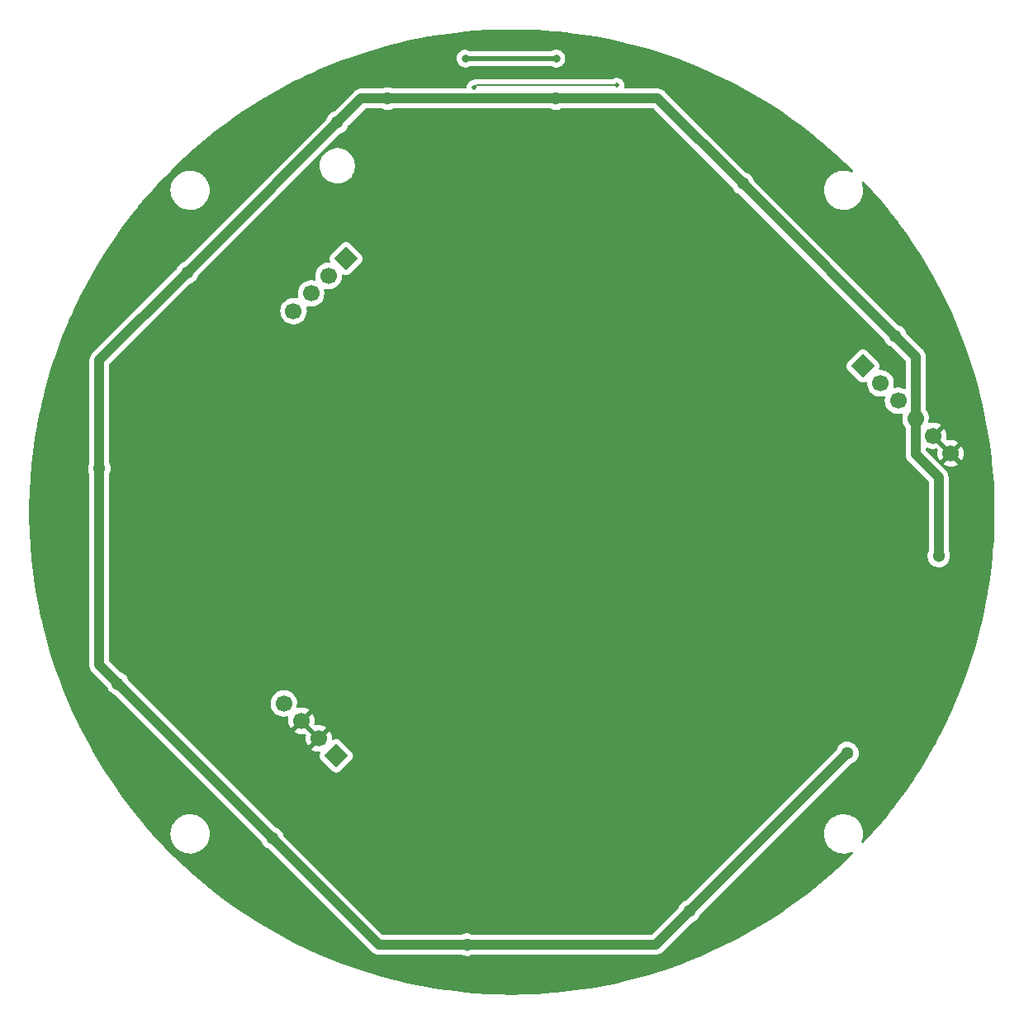
<source format=gbl>
G04 #@! TF.GenerationSoftware,KiCad,Pcbnew,6.0.11-2627ca5db0~126~ubuntu20.04.1*
G04 #@! TF.CreationDate,2023-04-28T08:06:44+02:00*
G04 #@! TF.ProjectId,Semafor_top,53656d61-666f-4725-9f74-6f702e6b6963,rev?*
G04 #@! TF.SameCoordinates,Original*
G04 #@! TF.FileFunction,Copper,L2,Bot*
G04 #@! TF.FilePolarity,Positive*
%FSLAX46Y46*%
G04 Gerber Fmt 4.6, Leading zero omitted, Abs format (unit mm)*
G04 Created by KiCad (PCBNEW 6.0.11-2627ca5db0~126~ubuntu20.04.1) date 2023-04-28 08:06:44*
%MOMM*%
%LPD*%
G01*
G04 APERTURE LIST*
G04 Aperture macros list*
%AMHorizOval*
0 Thick line with rounded ends*
0 $1 width*
0 $2 $3 position (X,Y) of the first rounded end (center of the circle)*
0 $4 $5 position (X,Y) of the second rounded end (center of the circle)*
0 Add line between two ends*
20,1,$1,$2,$3,$4,$5,0*
0 Add two circle primitives to create the rounded ends*
1,1,$1,$2,$3*
1,1,$1,$4,$5*%
%AMRotRect*
0 Rectangle, with rotation*
0 The origin of the aperture is its center*
0 $1 length*
0 $2 width*
0 $3 Rotation angle, in degrees counterclockwise*
0 Add horizontal line*
21,1,$1,$2,0,0,$3*%
G04 Aperture macros list end*
G04 #@! TA.AperFunction,ComponentPad*
%ADD10RotRect,1.700000X1.700000X45.000000*%
G04 #@! TD*
G04 #@! TA.AperFunction,ComponentPad*
%ADD11HorizOval,1.700000X0.000000X0.000000X0.000000X0.000000X0*%
G04 #@! TD*
G04 #@! TA.AperFunction,ComponentPad*
%ADD12RotRect,1.700000X1.700000X225.000000*%
G04 #@! TD*
G04 #@! TA.AperFunction,ComponentPad*
%ADD13HorizOval,1.700000X0.000000X0.000000X0.000000X0.000000X0*%
G04 #@! TD*
G04 #@! TA.AperFunction,ComponentPad*
%ADD14RotRect,1.700000X1.700000X135.000000*%
G04 #@! TD*
G04 #@! TA.AperFunction,ComponentPad*
%ADD15HorizOval,1.700000X0.000000X0.000000X0.000000X0.000000X0*%
G04 #@! TD*
G04 #@! TA.AperFunction,ViaPad*
%ADD16C,0.800000*%
G04 #@! TD*
G04 #@! TA.AperFunction,ViaPad*
%ADD17C,0.500000*%
G04 #@! TD*
G04 #@! TA.AperFunction,ViaPad*
%ADD18C,1.300000*%
G04 #@! TD*
G04 #@! TA.AperFunction,Conductor*
%ADD19C,0.500000*%
G04 #@! TD*
G04 #@! TA.AperFunction,Conductor*
%ADD20C,0.200000*%
G04 #@! TD*
G04 #@! TA.AperFunction,Conductor*
%ADD21C,1.000000*%
G04 #@! TD*
G04 APERTURE END LIST*
D10*
G04 #@! TO.P,J7,1,Pin_1*
G04 #@! TO.N,Board_0-BTN_DOWN_T*
X131000000Y-124000000D03*
D11*
G04 #@! TO.P,J7,2,Pin_2*
G04 #@! TO.N,Board_0-GND_T*
X129203949Y-122203949D03*
G04 #@! TO.P,J7,3,Pin_3*
X127407898Y-120407898D03*
G04 #@! TO.P,J7,4,Pin_4*
G04 #@! TO.N,Board_0-BTN_LEFT_T*
X125611846Y-118611846D03*
G04 #@! TD*
D12*
G04 #@! TO.P,J6,1,Pin_1*
G04 #@! TO.N,Board_0-3V3_T*
X185000000Y-84000000D03*
D13*
G04 #@! TO.P,J6,2,Pin_2*
G04 #@! TO.N,Board_0-DATA_LED_T*
X186796051Y-85796051D03*
G04 #@! TO.P,J6,3,Pin_3*
G04 #@! TO.N,Board_0-PHOTOTRANZISTOR_T*
X188592102Y-87592102D03*
G04 #@! TO.P,J6,4,Pin_4*
G04 #@! TO.N,Board_0-PWR_LED_T*
X190388154Y-89388154D03*
G04 #@! TO.P,J6,5,Pin_5*
G04 #@! TO.N,Board_0-GND_T*
X192184205Y-91184205D03*
G04 #@! TO.P,J6,6,Pin_6*
X193980256Y-92980256D03*
G04 #@! TD*
D14*
G04 #@! TO.P,J5,1,Pin_1*
G04 #@! TO.N,Board_0-BTN_UP_T*
X132000000Y-73000000D03*
D15*
G04 #@! TO.P,J5,2,Pin_2*
G04 #@! TO.N,Board_0-BTN_RIGHT_T*
X130203949Y-74796051D03*
G04 #@! TO.P,J5,3,Pin_3*
G04 #@! TO.N,Board_0-BTN_ENTER_T*
X128407898Y-76592102D03*
G04 #@! TO.P,J5,4,Pin_4*
G04 #@! TO.N,Board_0-GUARD_T*
X126611846Y-78388154D03*
G04 #@! TD*
D16*
G04 #@! TO.N,Board_0-3V3_T*
X153550000Y-52500000D03*
X144250000Y-52500000D03*
D17*
G04 #@! TO.N,Board_0-DATA_LED_T*
X159750000Y-55250000D03*
X145100000Y-55500000D03*
D16*
G04 #@! TO.N,Board_0-GND_T*
X121400000Y-59900000D03*
X168850000Y-55450000D03*
X144610000Y-51350000D03*
X129050000Y-142450000D03*
X101350000Y-103270000D03*
X105550000Y-78950000D03*
X109950000Y-126600000D03*
X187950000Y-71250000D03*
X176550000Y-138000000D03*
X196560000Y-94440000D03*
X153510000Y-146560000D03*
X178000000Y-81100000D03*
X192400000Y-118950000D03*
D18*
G04 #@! TO.N,Board_0-PWR_LED_T*
X136250000Y-56600000D03*
X188325000Y-80975000D03*
X167175000Y-139925000D03*
X106700000Y-94500000D03*
X115700000Y-74450000D03*
X131075000Y-59075000D03*
X172675000Y-65325000D03*
X153500000Y-56600000D03*
X144400000Y-143350000D03*
X192750000Y-103500000D03*
X124450000Y-132450000D03*
X108575000Y-116575000D03*
X183400000Y-123700000D03*
G04 #@! TD*
D19*
G04 #@! TO.N,Board_0-3V3_T*
X153550000Y-52500000D02*
X144250000Y-52500000D01*
D20*
G04 #@! TO.N,Board_0-DATA_LED_T*
X145350000Y-55250000D02*
X145100000Y-55500000D01*
X159750000Y-55250000D02*
X145350000Y-55250000D01*
D21*
G04 #@! TO.N,Board_0-PWR_LED_T*
X163750000Y-143350000D02*
X167175000Y-139925000D01*
X167175000Y-139925000D02*
X183400000Y-123700000D01*
X163950000Y-56600000D02*
X153500000Y-56600000D01*
X172675000Y-65325000D02*
X163950000Y-56600000D01*
X153500000Y-56600000D02*
X136250000Y-56600000D01*
X133550000Y-56600000D02*
X115700000Y-74450000D01*
X144400000Y-143350000D02*
X163750000Y-143350000D01*
X124450000Y-132450000D02*
X135350000Y-143350000D01*
X106700000Y-114700000D02*
X121400000Y-129400000D01*
X106700000Y-94500000D02*
X106700000Y-114700000D01*
X190388154Y-89388154D02*
X190388154Y-83038154D01*
X192750000Y-103500000D02*
X192750000Y-95450000D01*
X106700000Y-83450000D02*
X106700000Y-94500000D01*
X190388154Y-93088154D02*
X190388154Y-89388154D01*
X190388154Y-83038154D02*
X172675000Y-65325000D01*
X115700000Y-74450000D02*
X106700000Y-83450000D01*
X192750000Y-95450000D02*
X190388154Y-93088154D01*
X135350000Y-143350000D02*
X144400000Y-143350000D01*
X121400000Y-129400000D02*
X124450000Y-132450000D01*
X136250000Y-56600000D02*
X133550000Y-56600000D01*
G04 #@! TD*
G04 #@! TA.AperFunction,Conductor*
G04 #@! TO.N,Board_0-GND_T*
G36*
X149347275Y-49509743D02*
G01*
X149753731Y-49518257D01*
X150725441Y-49538612D01*
X150728957Y-49538734D01*
X151814376Y-49591819D01*
X152105849Y-49606075D01*
X152109345Y-49606294D01*
X153483816Y-49712054D01*
X153487271Y-49712369D01*
X154714578Y-49841364D01*
X154858258Y-49856466D01*
X154861753Y-49856883D01*
X156228135Y-50039197D01*
X156231592Y-50039707D01*
X156880985Y-50144886D01*
X157592373Y-50260106D01*
X157595838Y-50260717D01*
X158949900Y-50519019D01*
X158953347Y-50519726D01*
X159603482Y-50662667D01*
X160299754Y-50815752D01*
X160303134Y-50816546D01*
X160873835Y-50958837D01*
X161640692Y-51150036D01*
X161644094Y-51150935D01*
X162971797Y-51521636D01*
X162975172Y-51522629D01*
X164292017Y-51930261D01*
X164295363Y-51931348D01*
X165600333Y-52375596D01*
X165603616Y-52376765D01*
X166237511Y-52612508D01*
X166895717Y-52857293D01*
X166898997Y-52858566D01*
X168177077Y-53374943D01*
X168180321Y-53376306D01*
X169443599Y-53928219D01*
X169446732Y-53929641D01*
X170694061Y-54516588D01*
X170697170Y-54518104D01*
X171481332Y-54914213D01*
X171927644Y-55139662D01*
X171930762Y-55141292D01*
X173143392Y-55796958D01*
X173146433Y-55798659D01*
X174340233Y-56487899D01*
X174343255Y-56489700D01*
X175517387Y-57212031D01*
X175520358Y-57213917D01*
X176673810Y-57968715D01*
X176676727Y-57970682D01*
X177119842Y-58278655D01*
X177808713Y-58757433D01*
X177811524Y-58759445D01*
X178811555Y-59496732D01*
X178921128Y-59577516D01*
X178923930Y-59579644D01*
X179737291Y-60215110D01*
X180010163Y-60428301D01*
X180012896Y-60430498D01*
X180437710Y-60781935D01*
X181075073Y-61309208D01*
X181077753Y-61311489D01*
X181550594Y-61725430D01*
X181971377Y-62093797D01*
X182114942Y-62219479D01*
X182117546Y-62221823D01*
X182650323Y-62715179D01*
X183129007Y-63158445D01*
X183131551Y-63160867D01*
X183847313Y-63861793D01*
X183940400Y-63952951D01*
X183975075Y-64014904D01*
X183970752Y-64085769D01*
X183928803Y-64143047D01*
X183862546Y-64168553D01*
X183801597Y-64158349D01*
X183681945Y-64105825D01*
X183418566Y-64030800D01*
X183414324Y-64030196D01*
X183414318Y-64030195D01*
X183213834Y-64001662D01*
X183147443Y-63992213D01*
X183003589Y-63991460D01*
X182877877Y-63990802D01*
X182877871Y-63990802D01*
X182873591Y-63990780D01*
X182869347Y-63991339D01*
X182869343Y-63991339D01*
X182750302Y-64007011D01*
X182602078Y-64026525D01*
X182597938Y-64027658D01*
X182597936Y-64027658D01*
X182525008Y-64047609D01*
X182337928Y-64098788D01*
X182333980Y-64100472D01*
X182089982Y-64204546D01*
X182089978Y-64204548D01*
X182086030Y-64206232D01*
X181982841Y-64267989D01*
X181854725Y-64344664D01*
X181854721Y-64344667D01*
X181851043Y-64346868D01*
X181637318Y-64518094D01*
X181567721Y-64591434D01*
X181452867Y-64712465D01*
X181448808Y-64716742D01*
X181289002Y-64939136D01*
X181160857Y-65181161D01*
X181159385Y-65185184D01*
X181159383Y-65185188D01*
X181068214Y-65434317D01*
X181066743Y-65438337D01*
X181008404Y-65705907D01*
X180986917Y-65978918D01*
X180987334Y-65986156D01*
X181002682Y-66252320D01*
X181055405Y-66521053D01*
X181056792Y-66525103D01*
X181056793Y-66525108D01*
X181142723Y-66776088D01*
X181144112Y-66780144D01*
X181173238Y-66838054D01*
X181242837Y-66976437D01*
X181267160Y-67024799D01*
X181269586Y-67028328D01*
X181269589Y-67028334D01*
X181378042Y-67186132D01*
X181422274Y-67250490D01*
X181606582Y-67453043D01*
X181816675Y-67628707D01*
X181820316Y-67630991D01*
X182045024Y-67771951D01*
X182045028Y-67771953D01*
X182048664Y-67774234D01*
X182116544Y-67804883D01*
X182294345Y-67885164D01*
X182294349Y-67885166D01*
X182298257Y-67886930D01*
X182302377Y-67888150D01*
X182302376Y-67888150D01*
X182556723Y-67963491D01*
X182556727Y-67963492D01*
X182560836Y-67964709D01*
X182565070Y-67965357D01*
X182565075Y-67965358D01*
X182827298Y-68005483D01*
X182827300Y-68005483D01*
X182831540Y-68006132D01*
X182970912Y-68008322D01*
X183101071Y-68010367D01*
X183101077Y-68010367D01*
X183105362Y-68010434D01*
X183377235Y-67977534D01*
X183642127Y-67908041D01*
X183646087Y-67906401D01*
X183646092Y-67906399D01*
X183768632Y-67855641D01*
X183895136Y-67803241D01*
X184131582Y-67665073D01*
X184347089Y-67496094D01*
X184388809Y-67453043D01*
X184534686Y-67302509D01*
X184537669Y-67299431D01*
X184540202Y-67295983D01*
X184540206Y-67295978D01*
X184697257Y-67082178D01*
X184699795Y-67078723D01*
X184727154Y-67028334D01*
X184828418Y-66841830D01*
X184828419Y-66841828D01*
X184830468Y-66838054D01*
X184886884Y-66688754D01*
X184925751Y-66585895D01*
X184925752Y-66585891D01*
X184927269Y-66581877D01*
X184968173Y-66403279D01*
X184987449Y-66319117D01*
X184987450Y-66319113D01*
X184988407Y-66314933D01*
X184996420Y-66225154D01*
X185012531Y-66044627D01*
X185012531Y-66044625D01*
X185012751Y-66042161D01*
X185013193Y-66000000D01*
X185006477Y-65901486D01*
X184994859Y-65731055D01*
X184994858Y-65731049D01*
X184994567Y-65726778D01*
X184939032Y-65458612D01*
X184876916Y-65283203D01*
X184863497Y-65245308D01*
X184859613Y-65174417D01*
X184894671Y-65112681D01*
X184957542Y-65079698D01*
X185028263Y-65085942D01*
X185072905Y-65115719D01*
X185076540Y-65119483D01*
X185078948Y-65122047D01*
X185252824Y-65312466D01*
X186008461Y-66139995D01*
X186010797Y-66142626D01*
X186911528Y-67186132D01*
X186913790Y-67188827D01*
X187583822Y-68010367D01*
X187785070Y-68257122D01*
X187787244Y-68259866D01*
X188595131Y-69308928D01*
X188628313Y-69352016D01*
X188630421Y-69354833D01*
X189440694Y-70470079D01*
X189442722Y-70472954D01*
X190221534Y-71610379D01*
X190223481Y-71613310D01*
X190970212Y-72772012D01*
X190972077Y-72774996D01*
X191686184Y-73954126D01*
X191687964Y-73957160D01*
X192166433Y-74799416D01*
X192368870Y-75155770D01*
X192370554Y-75158835D01*
X192518043Y-75436220D01*
X193017710Y-76375959D01*
X193019319Y-76379088D01*
X193632265Y-77613859D01*
X193633785Y-77617032D01*
X194180662Y-78800579D01*
X194211997Y-78868395D01*
X194213418Y-78871586D01*
X194637734Y-79861589D01*
X194756474Y-80138631D01*
X194757815Y-80141884D01*
X195265282Y-81423600D01*
X195266531Y-81426890D01*
X195738003Y-82722250D01*
X195739160Y-82725572D01*
X196174280Y-84033590D01*
X196175344Y-84036944D01*
X196573772Y-85356602D01*
X196574742Y-85359984D01*
X196638123Y-85593265D01*
X196913018Y-86605041D01*
X196936173Y-86690267D01*
X196937048Y-86693675D01*
X197261186Y-88033506D01*
X197261966Y-88036937D01*
X197548580Y-89385348D01*
X197549263Y-89388800D01*
X197797316Y-90740329D01*
X197798104Y-90744625D01*
X197798687Y-90748071D01*
X197875990Y-91247417D01*
X198009586Y-92110398D01*
X198010075Y-92113882D01*
X198182841Y-93481463D01*
X198183234Y-93484960D01*
X198217207Y-93831441D01*
X198313852Y-94817102D01*
X198317756Y-94856922D01*
X198318049Y-94860412D01*
X198346326Y-95264801D01*
X198414209Y-96235569D01*
X198414405Y-96239082D01*
X198472129Y-97616331D01*
X198472228Y-97619848D01*
X198491475Y-98998241D01*
X198491475Y-99001759D01*
X198472228Y-100380152D01*
X198472129Y-100383669D01*
X198414405Y-101760918D01*
X198414209Y-101764431D01*
X198321614Y-103088611D01*
X198318050Y-103139572D01*
X198317757Y-103143063D01*
X198276789Y-103560891D01*
X198183234Y-104515040D01*
X198182841Y-104518537D01*
X198010075Y-105886118D01*
X198009586Y-105889602D01*
X197798691Y-107251906D01*
X197798104Y-107255375D01*
X197549263Y-108611200D01*
X197548580Y-108614652D01*
X197261966Y-109963063D01*
X197261186Y-109966494D01*
X196937048Y-111306325D01*
X196936173Y-111309733D01*
X196574742Y-112640016D01*
X196573772Y-112643398D01*
X196175344Y-113963056D01*
X196174280Y-113966410D01*
X195739160Y-115274428D01*
X195738003Y-115277750D01*
X195266531Y-116573110D01*
X195265282Y-116576400D01*
X194757815Y-117858116D01*
X194756475Y-117861366D01*
X194230078Y-119089544D01*
X194213428Y-119128391D01*
X194212007Y-119131582D01*
X193823028Y-119973410D01*
X193633785Y-120382968D01*
X193632265Y-120386141D01*
X193019319Y-121620912D01*
X193017710Y-121624041D01*
X192724329Y-122175812D01*
X192402605Y-122780888D01*
X192370565Y-122841146D01*
X192368880Y-122844211D01*
X192135655Y-123254762D01*
X191687964Y-124042840D01*
X191686184Y-124045874D01*
X190972077Y-125225004D01*
X190970212Y-125227988D01*
X190223481Y-126386690D01*
X190221534Y-126389621D01*
X189442722Y-127527046D01*
X189440694Y-127529921D01*
X188630421Y-128645167D01*
X188628324Y-128647970D01*
X188204453Y-129198377D01*
X187787255Y-129740120D01*
X187785081Y-129742864D01*
X187408543Y-130204546D01*
X186913790Y-130811173D01*
X186911528Y-130813868D01*
X186010797Y-131857374D01*
X186008461Y-131860005D01*
X185078950Y-132877950D01*
X185076544Y-132880513D01*
X185070445Y-132886829D01*
X185008737Y-132921938D01*
X184937843Y-132918111D01*
X184880273Y-132876564D01*
X184854303Y-132810488D01*
X184861940Y-132754766D01*
X184925751Y-132585895D01*
X184925752Y-132585891D01*
X184927269Y-132581877D01*
X184975581Y-132370935D01*
X184987449Y-132319117D01*
X184987450Y-132319113D01*
X184988407Y-132314933D01*
X184996910Y-132219665D01*
X185012531Y-132044627D01*
X185012531Y-132044625D01*
X185012751Y-132042161D01*
X185012847Y-132033052D01*
X185013167Y-132002484D01*
X185013167Y-132002483D01*
X185013193Y-132000000D01*
X185011465Y-131974648D01*
X184994859Y-131731055D01*
X184994858Y-131731049D01*
X184994567Y-131726778D01*
X184939032Y-131458612D01*
X184847617Y-131200465D01*
X184722013Y-130957112D01*
X184712040Y-130942921D01*
X184567008Y-130736562D01*
X184564545Y-130733057D01*
X184378125Y-130532445D01*
X184374810Y-130529731D01*
X184374806Y-130529728D01*
X184169523Y-130361706D01*
X184166205Y-130358990D01*
X183932704Y-130215901D01*
X183928768Y-130214173D01*
X183685873Y-130107549D01*
X183685869Y-130107548D01*
X183681945Y-130105825D01*
X183418566Y-130030800D01*
X183414324Y-130030196D01*
X183414318Y-130030195D01*
X183213834Y-130001662D01*
X183147443Y-129992213D01*
X183003589Y-129991460D01*
X182877877Y-129990802D01*
X182877871Y-129990802D01*
X182873591Y-129990780D01*
X182869347Y-129991339D01*
X182869343Y-129991339D01*
X182750302Y-130007011D01*
X182602078Y-130026525D01*
X182597938Y-130027658D01*
X182597936Y-130027658D01*
X182525008Y-130047609D01*
X182337928Y-130098788D01*
X182333980Y-130100472D01*
X182089982Y-130204546D01*
X182089978Y-130204548D01*
X182086030Y-130206232D01*
X182066125Y-130218145D01*
X181854725Y-130344664D01*
X181854721Y-130344667D01*
X181851043Y-130346868D01*
X181637318Y-130518094D01*
X181448808Y-130716742D01*
X181289002Y-130939136D01*
X181160857Y-131181161D01*
X181159385Y-131185184D01*
X181159383Y-131185188D01*
X181104191Y-131336006D01*
X181066743Y-131438337D01*
X181008404Y-131705907D01*
X180986917Y-131978918D01*
X180987334Y-131986156D01*
X181002682Y-132252320D01*
X181055405Y-132521053D01*
X181056792Y-132525103D01*
X181056793Y-132525108D01*
X181128644Y-132734966D01*
X181144112Y-132780144D01*
X181192606Y-132876564D01*
X181242837Y-132976437D01*
X181267160Y-133024799D01*
X181269586Y-133028328D01*
X181269589Y-133028334D01*
X181388187Y-133200894D01*
X181422274Y-133250490D01*
X181425161Y-133253663D01*
X181425162Y-133253664D01*
X181603692Y-133449867D01*
X181606582Y-133453043D01*
X181609877Y-133455798D01*
X181609878Y-133455799D01*
X181629818Y-133472471D01*
X181816675Y-133628707D01*
X181820316Y-133630991D01*
X182045024Y-133771951D01*
X182045028Y-133771953D01*
X182048664Y-133774234D01*
X182116544Y-133804883D01*
X182294345Y-133885164D01*
X182294349Y-133885166D01*
X182298257Y-133886930D01*
X182302377Y-133888150D01*
X182302376Y-133888150D01*
X182556723Y-133963491D01*
X182556727Y-133963492D01*
X182560836Y-133964709D01*
X182565070Y-133965357D01*
X182565075Y-133965358D01*
X182827298Y-134005483D01*
X182827300Y-134005483D01*
X182831540Y-134006132D01*
X182970912Y-134008322D01*
X183101071Y-134010367D01*
X183101077Y-134010367D01*
X183105362Y-134010434D01*
X183377235Y-133977534D01*
X183642127Y-133908041D01*
X183646087Y-133906401D01*
X183646092Y-133906399D01*
X183803378Y-133841249D01*
X183873968Y-133833660D01*
X183937455Y-133865439D01*
X183973682Y-133926498D01*
X183971148Y-133997449D01*
X183939755Y-134047680D01*
X183131555Y-134839129D01*
X183129011Y-134841551D01*
X182331092Y-135580432D01*
X182117557Y-135778167D01*
X182114954Y-135780510D01*
X181599377Y-136231864D01*
X181077753Y-136688511D01*
X181075073Y-136690792D01*
X180135663Y-137467941D01*
X180012905Y-137569495D01*
X180010172Y-137571692D01*
X179463575Y-137998740D01*
X178923930Y-138420356D01*
X178921128Y-138422484D01*
X177811524Y-139240555D01*
X177808713Y-139242567D01*
X177211017Y-139657977D01*
X176676727Y-140029318D01*
X176673810Y-140031285D01*
X175520358Y-140786083D01*
X175517387Y-140787969D01*
X174343255Y-141510300D01*
X174340243Y-141512095D01*
X173161167Y-142192835D01*
X173146448Y-142201333D01*
X173143392Y-142203042D01*
X172920082Y-142323785D01*
X171930762Y-142858708D01*
X171927644Y-142860338D01*
X170697170Y-143481896D01*
X170694061Y-143483412D01*
X169446732Y-144070359D01*
X169443599Y-144071781D01*
X168436798Y-144511642D01*
X168180321Y-144623694D01*
X168177077Y-144625057D01*
X166898997Y-145141434D01*
X166895717Y-145142707D01*
X166503265Y-145288659D01*
X165603616Y-145623235D01*
X165600333Y-145624404D01*
X164295363Y-146068652D01*
X164292017Y-146069739D01*
X162975172Y-146477371D01*
X162971797Y-146478364D01*
X161644094Y-146849065D01*
X161640692Y-146849964D01*
X160954933Y-147020943D01*
X160303134Y-147183454D01*
X160299754Y-147184248D01*
X159730429Y-147309422D01*
X158953347Y-147480274D01*
X158949900Y-147480981D01*
X157595838Y-147739283D01*
X157592373Y-147739894D01*
X156989107Y-147837602D01*
X156231592Y-147960293D01*
X156228135Y-147960803D01*
X155507546Y-148056950D01*
X154861751Y-148143117D01*
X154858255Y-148143534D01*
X153487271Y-148287631D01*
X153483816Y-148287946D01*
X152109345Y-148393706D01*
X152105849Y-148393925D01*
X151814376Y-148408181D01*
X150728957Y-148461266D01*
X150725441Y-148461388D01*
X149754158Y-148481734D01*
X149347275Y-148490257D01*
X149343781Y-148490282D01*
X148693370Y-148485741D01*
X147965275Y-148480658D01*
X147961758Y-148480584D01*
X146584108Y-148432475D01*
X146580593Y-148432303D01*
X145204813Y-148345746D01*
X145201305Y-148345476D01*
X144182582Y-148252765D01*
X143828502Y-148220541D01*
X143825017Y-148220176D01*
X142456146Y-148056948D01*
X142452672Y-148056484D01*
X142158213Y-148013002D01*
X141088981Y-147855111D01*
X141085553Y-147854556D01*
X139727924Y-147615170D01*
X139724469Y-147614510D01*
X138374164Y-147337332D01*
X138370730Y-147336578D01*
X137028643Y-147021794D01*
X137025229Y-147020943D01*
X135692464Y-146668811D01*
X135689075Y-146667865D01*
X134366633Y-146278650D01*
X134363272Y-146277609D01*
X133052259Y-145851635D01*
X133048928Y-145850501D01*
X131750321Y-145388088D01*
X131747023Y-145386862D01*
X130461796Y-144888355D01*
X130458534Y-144887037D01*
X129190936Y-144354188D01*
X129187730Y-144352840D01*
X129184510Y-144351433D01*
X127929142Y-143781973D01*
X127925971Y-143780481D01*
X127894674Y-143765216D01*
X126686979Y-143176184D01*
X126683839Y-143174598D01*
X125462188Y-142535934D01*
X125459093Y-142534260D01*
X124255791Y-141861757D01*
X124252744Y-141859998D01*
X123068657Y-141154141D01*
X123065660Y-141152297D01*
X122421113Y-140743255D01*
X121901756Y-140413661D01*
X121898846Y-140411757D01*
X121212099Y-139948541D01*
X120756003Y-139640900D01*
X120753113Y-139638892D01*
X119632220Y-138836411D01*
X119629415Y-138834343D01*
X118531392Y-138000898D01*
X118528630Y-137998740D01*
X117454297Y-137134954D01*
X117451586Y-137132711D01*
X116401796Y-136239270D01*
X116399149Y-136236952D01*
X115890933Y-135779352D01*
X115374754Y-135314584D01*
X115372175Y-135312196D01*
X114373884Y-134361536D01*
X114371370Y-134359074D01*
X113819403Y-133803241D01*
X113400019Y-133380919D01*
X113397587Y-133378400D01*
X113377856Y-133357388D01*
X112453954Y-132373532D01*
X112451582Y-132370935D01*
X112346271Y-132252320D01*
X112103533Y-131978918D01*
X113986917Y-131978918D01*
X113987334Y-131986156D01*
X114002682Y-132252320D01*
X114055405Y-132521053D01*
X114056792Y-132525103D01*
X114056793Y-132525108D01*
X114128644Y-132734966D01*
X114144112Y-132780144D01*
X114192606Y-132876564D01*
X114242837Y-132976437D01*
X114267160Y-133024799D01*
X114269586Y-133028328D01*
X114269589Y-133028334D01*
X114388187Y-133200894D01*
X114422274Y-133250490D01*
X114425161Y-133253663D01*
X114425162Y-133253664D01*
X114603692Y-133449867D01*
X114606582Y-133453043D01*
X114609877Y-133455798D01*
X114609878Y-133455799D01*
X114629818Y-133472471D01*
X114816675Y-133628707D01*
X114820316Y-133630991D01*
X115045024Y-133771951D01*
X115045028Y-133771953D01*
X115048664Y-133774234D01*
X115116544Y-133804883D01*
X115294345Y-133885164D01*
X115294349Y-133885166D01*
X115298257Y-133886930D01*
X115302377Y-133888150D01*
X115302376Y-133888150D01*
X115556723Y-133963491D01*
X115556727Y-133963492D01*
X115560836Y-133964709D01*
X115565070Y-133965357D01*
X115565075Y-133965358D01*
X115827298Y-134005483D01*
X115827300Y-134005483D01*
X115831540Y-134006132D01*
X115970912Y-134008322D01*
X116101071Y-134010367D01*
X116101077Y-134010367D01*
X116105362Y-134010434D01*
X116377235Y-133977534D01*
X116642127Y-133908041D01*
X116646087Y-133906401D01*
X116646092Y-133906399D01*
X116821698Y-133833660D01*
X116895136Y-133803241D01*
X117131582Y-133665073D01*
X117347089Y-133496094D01*
X117369982Y-133472471D01*
X117534686Y-133302509D01*
X117537669Y-133299431D01*
X117540202Y-133295983D01*
X117540206Y-133295978D01*
X117697257Y-133082178D01*
X117699795Y-133078723D01*
X117727154Y-133028334D01*
X117828418Y-132841830D01*
X117828419Y-132841828D01*
X117830468Y-132838054D01*
X117927269Y-132581877D01*
X117975581Y-132370935D01*
X117987449Y-132319117D01*
X117987450Y-132319113D01*
X117988407Y-132314933D01*
X117996910Y-132219665D01*
X118012531Y-132044627D01*
X118012531Y-132044625D01*
X118012751Y-132042161D01*
X118012847Y-132033052D01*
X118013167Y-132002484D01*
X118013167Y-132002483D01*
X118013193Y-132000000D01*
X118011465Y-131974648D01*
X117994859Y-131731055D01*
X117994858Y-131731049D01*
X117994567Y-131726778D01*
X117939032Y-131458612D01*
X117847617Y-131200465D01*
X117722013Y-130957112D01*
X117712040Y-130942921D01*
X117567008Y-130736562D01*
X117564545Y-130733057D01*
X117378125Y-130532445D01*
X117374810Y-130529731D01*
X117374806Y-130529728D01*
X117169523Y-130361706D01*
X117166205Y-130358990D01*
X116932704Y-130215901D01*
X116928768Y-130214173D01*
X116685873Y-130107549D01*
X116685869Y-130107548D01*
X116681945Y-130105825D01*
X116418566Y-130030800D01*
X116414324Y-130030196D01*
X116414318Y-130030195D01*
X116213834Y-130001662D01*
X116147443Y-129992213D01*
X116003589Y-129991460D01*
X115877877Y-129990802D01*
X115877871Y-129990802D01*
X115873591Y-129990780D01*
X115869347Y-129991339D01*
X115869343Y-129991339D01*
X115750302Y-130007011D01*
X115602078Y-130026525D01*
X115597938Y-130027658D01*
X115597936Y-130027658D01*
X115525008Y-130047609D01*
X115337928Y-130098788D01*
X115333980Y-130100472D01*
X115089982Y-130204546D01*
X115089978Y-130204548D01*
X115086030Y-130206232D01*
X115066125Y-130218145D01*
X114854725Y-130344664D01*
X114854721Y-130344667D01*
X114851043Y-130346868D01*
X114637318Y-130518094D01*
X114448808Y-130716742D01*
X114289002Y-130939136D01*
X114160857Y-131181161D01*
X114159385Y-131185184D01*
X114159383Y-131185188D01*
X114104191Y-131336006D01*
X114066743Y-131438337D01*
X114008404Y-131705907D01*
X113986917Y-131978918D01*
X112103533Y-131978918D01*
X111536320Y-131340051D01*
X111534057Y-131337429D01*
X110647959Y-130281417D01*
X110645738Y-130278694D01*
X110502249Y-130097656D01*
X109789483Y-129198369D01*
X109787342Y-129195589D01*
X108961581Y-128091772D01*
X108959513Y-128088925D01*
X108164914Y-126962508D01*
X108162926Y-126959605D01*
X107400077Y-125811426D01*
X107398171Y-125808469D01*
X107340272Y-125715810D01*
X106780092Y-124819335D01*
X106667674Y-124639428D01*
X106665851Y-124636418D01*
X106032681Y-123557206D01*
X105968282Y-123447441D01*
X105966548Y-123444389D01*
X105906882Y-123335856D01*
X105535990Y-122661208D01*
X105302431Y-122236365D01*
X105300780Y-122233258D01*
X104707311Y-121078493D01*
X104670694Y-121007243D01*
X104669132Y-121004099D01*
X104613617Y-120888229D01*
X104377342Y-120395086D01*
X104073494Y-119760905D01*
X104072018Y-119757711D01*
X103644011Y-118796393D01*
X103511323Y-118498371D01*
X103509941Y-118495146D01*
X103468404Y-118394368D01*
X103280519Y-117938526D01*
X102984632Y-117220648D01*
X102983337Y-117217377D01*
X102856876Y-116884467D01*
X102493805Y-115928675D01*
X102492621Y-115925420D01*
X102449334Y-115801114D01*
X102039287Y-114623622D01*
X102038177Y-114620286D01*
X101621352Y-113306289D01*
X101620335Y-113302920D01*
X101430251Y-112640016D01*
X101240364Y-111977804D01*
X101239445Y-111974419D01*
X100896635Y-110639261D01*
X100895807Y-110635841D01*
X100590393Y-109291556D01*
X100589662Y-109288115D01*
X100455976Y-108612949D01*
X100321904Y-107935836D01*
X100321297Y-107932534D01*
X100091385Y-106573212D01*
X100090854Y-106569782D01*
X99899000Y-105204672D01*
X99898559Y-105201181D01*
X99744898Y-103831259D01*
X99744555Y-103827757D01*
X99629208Y-102454128D01*
X99628962Y-102450619D01*
X99552010Y-101074233D01*
X99551863Y-101070717D01*
X99513373Y-99692763D01*
X99513324Y-99689245D01*
X99513324Y-98310755D01*
X99513373Y-98307237D01*
X99551863Y-96929283D01*
X99552010Y-96925767D01*
X99628962Y-95549381D01*
X99629208Y-95545872D01*
X99636368Y-95460612D01*
X99661356Y-95163033D01*
X99719590Y-94469544D01*
X105536936Y-94469544D01*
X105550861Y-94682006D01*
X105552282Y-94687602D01*
X105552283Y-94687607D01*
X105596175Y-94860428D01*
X105603272Y-94888372D01*
X105605689Y-94893615D01*
X105679926Y-95054649D01*
X105691500Y-95107400D01*
X105691500Y-114638157D01*
X105690763Y-114651764D01*
X105686676Y-114689388D01*
X105687213Y-114695523D01*
X105691050Y-114739388D01*
X105691379Y-114744214D01*
X105691500Y-114746686D01*
X105691500Y-114749769D01*
X105691801Y-114752837D01*
X105695690Y-114792506D01*
X105695812Y-114793819D01*
X105703913Y-114886413D01*
X105705400Y-114891532D01*
X105705920Y-114896833D01*
X105732791Y-114985834D01*
X105733126Y-114986967D01*
X105759091Y-115076336D01*
X105761544Y-115081068D01*
X105763084Y-115086169D01*
X105765978Y-115091612D01*
X105806731Y-115168260D01*
X105807343Y-115169426D01*
X105850108Y-115251926D01*
X105853431Y-115256089D01*
X105855934Y-115260796D01*
X105914755Y-115332918D01*
X105915446Y-115333774D01*
X105946738Y-115372973D01*
X105949242Y-115375477D01*
X105949884Y-115376195D01*
X105953585Y-115380528D01*
X105980935Y-115414062D01*
X105985682Y-115417989D01*
X105985684Y-115417991D01*
X106016262Y-115443287D01*
X106025042Y-115451277D01*
X106737379Y-116163613D01*
X107433733Y-116859967D01*
X107466761Y-116918047D01*
X107478272Y-116963372D01*
X107567411Y-117156731D01*
X107690296Y-117330609D01*
X107717996Y-117357593D01*
X107821429Y-117458353D01*
X107842809Y-117479181D01*
X107847605Y-117482386D01*
X107847608Y-117482388D01*
X107988533Y-117576550D01*
X108019843Y-117597471D01*
X108025146Y-117599749D01*
X108025149Y-117599751D01*
X108210163Y-117679239D01*
X108215470Y-117681519D01*
X108221105Y-117682794D01*
X108221111Y-117682796D01*
X108231403Y-117685125D01*
X108292687Y-117718922D01*
X120646734Y-130072968D01*
X120646738Y-130072973D01*
X121987113Y-131413347D01*
X123308732Y-132734966D01*
X123341760Y-132793045D01*
X123353272Y-132838372D01*
X123442411Y-133031731D01*
X123565296Y-133205609D01*
X123717809Y-133354181D01*
X123722605Y-133357386D01*
X123722608Y-133357388D01*
X123757843Y-133380931D01*
X123894843Y-133472471D01*
X123900146Y-133474749D01*
X123900149Y-133474751D01*
X123955997Y-133498745D01*
X124090470Y-133556519D01*
X124096105Y-133557794D01*
X124096111Y-133557796D01*
X124106403Y-133560125D01*
X124167687Y-133593922D01*
X134593145Y-144019379D01*
X134602247Y-144029522D01*
X134625968Y-144059025D01*
X134641189Y-144071797D01*
X134664421Y-144091291D01*
X134668069Y-144094472D01*
X134669881Y-144096115D01*
X134672075Y-144098309D01*
X134705349Y-144125642D01*
X134706147Y-144126304D01*
X134777474Y-144186154D01*
X134782144Y-144188722D01*
X134786261Y-144192103D01*
X134806079Y-144202729D01*
X134868086Y-144235977D01*
X134869245Y-144236606D01*
X134945381Y-144278462D01*
X134945389Y-144278465D01*
X134950787Y-144281433D01*
X134955869Y-144283045D01*
X134960563Y-144285562D01*
X135033771Y-144307945D01*
X135049477Y-144312747D01*
X135050735Y-144313139D01*
X135139306Y-144341235D01*
X135144597Y-144341829D01*
X135149698Y-144343388D01*
X135242263Y-144352790D01*
X135243450Y-144352916D01*
X135272838Y-144356213D01*
X135289730Y-144358108D01*
X135289735Y-144358108D01*
X135293227Y-144358500D01*
X135296752Y-144358500D01*
X135297737Y-144358555D01*
X135303432Y-144359003D01*
X135315342Y-144360213D01*
X135340334Y-144362752D01*
X135340339Y-144362752D01*
X135346462Y-144363374D01*
X135392108Y-144359059D01*
X135403967Y-144358500D01*
X143788219Y-144358500D01*
X143844684Y-144372841D01*
X143844843Y-144372471D01*
X143850152Y-144374752D01*
X143850154Y-144374753D01*
X143932324Y-144410056D01*
X144040470Y-144456519D01*
X144116316Y-144473681D01*
X144242501Y-144502234D01*
X144242506Y-144502235D01*
X144248138Y-144503509D01*
X144253909Y-144503736D01*
X144253911Y-144503736D01*
X144315252Y-144506146D01*
X144460891Y-144511869D01*
X144466600Y-144511041D01*
X144466604Y-144511041D01*
X144665890Y-144482145D01*
X144665894Y-144482144D01*
X144671605Y-144481316D01*
X144873223Y-144412876D01*
X144941632Y-144374565D01*
X145003199Y-144358500D01*
X163688157Y-144358500D01*
X163701764Y-144359237D01*
X163733262Y-144362659D01*
X163733267Y-144362659D01*
X163739388Y-144363324D01*
X163765638Y-144361027D01*
X163789388Y-144358950D01*
X163794214Y-144358621D01*
X163796686Y-144358500D01*
X163799769Y-144358500D01*
X163811738Y-144357326D01*
X163842506Y-144354310D01*
X163843819Y-144354188D01*
X163888084Y-144350315D01*
X163936413Y-144346087D01*
X163941532Y-144344600D01*
X163946833Y-144344080D01*
X164035834Y-144317209D01*
X164036967Y-144316874D01*
X164120414Y-144292630D01*
X164120418Y-144292628D01*
X164126336Y-144290909D01*
X164131068Y-144288456D01*
X164136169Y-144286916D01*
X164143167Y-144283195D01*
X164218260Y-144243269D01*
X164219426Y-144242657D01*
X164296453Y-144202729D01*
X164301926Y-144199892D01*
X164306089Y-144196569D01*
X164310796Y-144194066D01*
X164382918Y-144135245D01*
X164383774Y-144134554D01*
X164422973Y-144103262D01*
X164425477Y-144100758D01*
X164426195Y-144100116D01*
X164430528Y-144096415D01*
X164464062Y-144069065D01*
X164493288Y-144033737D01*
X164501277Y-144024958D01*
X167461125Y-141065110D01*
X167509718Y-141034892D01*
X167642758Y-140989731D01*
X167642757Y-140989731D01*
X167648223Y-140987876D01*
X167833993Y-140883840D01*
X167997693Y-140747693D01*
X168133840Y-140583993D01*
X168237876Y-140398223D01*
X168284892Y-140259718D01*
X168315110Y-140211125D01*
X183686124Y-124840110D01*
X183734718Y-124809892D01*
X183867755Y-124764732D01*
X183873223Y-124762876D01*
X184058993Y-124658840D01*
X184222693Y-124522693D01*
X184358840Y-124358993D01*
X184462876Y-124173223D01*
X184531316Y-123971605D01*
X184548106Y-123855814D01*
X184561337Y-123764561D01*
X184561337Y-123764559D01*
X184561869Y-123760891D01*
X184563463Y-123700000D01*
X184543981Y-123487976D01*
X184508235Y-123361232D01*
X184487754Y-123288611D01*
X184487753Y-123288609D01*
X184486186Y-123283052D01*
X184474959Y-123260284D01*
X184394570Y-123097273D01*
X184392015Y-123092092D01*
X184264622Y-122921491D01*
X184108271Y-122776963D01*
X183928201Y-122663347D01*
X183730441Y-122584449D01*
X183724781Y-122583323D01*
X183724777Y-122583322D01*
X183527282Y-122544038D01*
X183527280Y-122544038D01*
X183521615Y-122542911D01*
X183515840Y-122542835D01*
X183515836Y-122542835D01*
X183409161Y-122541439D01*
X183308716Y-122540124D01*
X183303019Y-122541103D01*
X183303018Y-122541103D01*
X183104564Y-122575203D01*
X183104561Y-122575204D01*
X183098874Y-122576181D01*
X182899116Y-122649875D01*
X182716134Y-122758739D01*
X182556054Y-122899125D01*
X182424238Y-123066333D01*
X182421549Y-123071444D01*
X182421547Y-123071447D01*
X182367085Y-123174961D01*
X182325100Y-123254762D01*
X182292040Y-123361232D01*
X182260803Y-123412962D01*
X166891380Y-138782386D01*
X166845895Y-138811503D01*
X166756059Y-138844645D01*
X166674116Y-138874875D01*
X166491134Y-138983739D01*
X166331054Y-139124125D01*
X166199238Y-139291333D01*
X166100100Y-139479762D01*
X166098387Y-139485280D01*
X166067040Y-139586233D01*
X166035802Y-139637964D01*
X163369171Y-142304595D01*
X163306859Y-142338621D01*
X163280076Y-142341500D01*
X145009248Y-142341500D01*
X144942013Y-142322061D01*
X144928201Y-142313347D01*
X144730441Y-142234449D01*
X144724781Y-142233323D01*
X144724777Y-142233322D01*
X144527282Y-142194038D01*
X144527280Y-142194038D01*
X144521615Y-142192911D01*
X144515840Y-142192835D01*
X144515836Y-142192835D01*
X144409161Y-142191439D01*
X144308716Y-142190124D01*
X144303019Y-142191103D01*
X144303018Y-142191103D01*
X144104564Y-142225203D01*
X144104561Y-142225204D01*
X144098874Y-142226181D01*
X143899116Y-142299875D01*
X143880069Y-142311207D01*
X143858927Y-142323785D01*
X143794504Y-142341500D01*
X135819924Y-142341500D01*
X135751803Y-142321498D01*
X135730829Y-142304595D01*
X125589643Y-132163409D01*
X125557469Y-132108515D01*
X125537755Y-132038613D01*
X125537753Y-132038607D01*
X125536186Y-132033052D01*
X125523113Y-132006541D01*
X125444570Y-131847273D01*
X125442015Y-131842092D01*
X125314622Y-131671491D01*
X125158271Y-131526963D01*
X124978201Y-131413347D01*
X124780441Y-131334449D01*
X124780590Y-131334075D01*
X124730524Y-131304289D01*
X122153266Y-128727032D01*
X122153262Y-128727027D01*
X116755036Y-123328802D01*
X128443926Y-123328802D01*
X128449207Y-123335856D01*
X128610705Y-123430228D01*
X128619991Y-123434678D01*
X128818950Y-123510652D01*
X128828848Y-123513528D01*
X129037544Y-123555987D01*
X129047772Y-123557206D01*
X129246252Y-123564485D01*
X129313594Y-123586970D01*
X129358090Y-123642293D01*
X129365612Y-123712890D01*
X129356336Y-123742550D01*
X129304839Y-123855814D01*
X129284190Y-124000000D01*
X129304839Y-124144186D01*
X129365126Y-124276782D01*
X129370073Y-124282935D01*
X129370075Y-124282938D01*
X129390863Y-124308792D01*
X129404319Y-124325528D01*
X130674472Y-125595681D01*
X130677134Y-125597821D01*
X130717062Y-125629925D01*
X130717065Y-125629927D01*
X130723218Y-125634874D01*
X130855814Y-125695161D01*
X130864697Y-125696433D01*
X130864700Y-125696434D01*
X130991111Y-125714537D01*
X131000000Y-125715810D01*
X131008889Y-125714537D01*
X131135300Y-125696434D01*
X131135303Y-125696433D01*
X131144186Y-125695161D01*
X131276782Y-125634874D01*
X131282935Y-125629927D01*
X131282938Y-125629925D01*
X131322866Y-125597821D01*
X131325528Y-125595681D01*
X132595681Y-124325528D01*
X132609137Y-124308792D01*
X132629925Y-124282938D01*
X132629927Y-124282935D01*
X132634874Y-124276782D01*
X132695161Y-124144186D01*
X132715810Y-124000000D01*
X132695161Y-123855814D01*
X132634874Y-123723218D01*
X132629927Y-123717065D01*
X132629925Y-123717062D01*
X132597821Y-123677134D01*
X132595681Y-123674472D01*
X131325528Y-122404319D01*
X131305761Y-122388426D01*
X131282938Y-122370075D01*
X131282935Y-122370073D01*
X131276782Y-122365126D01*
X131144186Y-122304839D01*
X131135303Y-122303567D01*
X131135300Y-122303566D01*
X131008889Y-122285463D01*
X131000000Y-122284190D01*
X130991111Y-122285463D01*
X130864700Y-122303566D01*
X130864697Y-122303567D01*
X130855814Y-122304839D01*
X130847645Y-122308553D01*
X130847642Y-122308554D01*
X130743884Y-122355729D01*
X130673594Y-122365715D01*
X130609062Y-122336114D01*
X130570779Y-122276324D01*
X130565772Y-122237949D01*
X130566521Y-122207314D01*
X130566327Y-122200595D01*
X130548730Y-121986553D01*
X130547045Y-121976373D01*
X130495163Y-121769824D01*
X130491843Y-121760073D01*
X130406921Y-121564763D01*
X130402054Y-121555688D01*
X130337012Y-121455146D01*
X130326326Y-121445944D01*
X130316761Y-121450347D01*
X128450686Y-123316422D01*
X128443926Y-123328802D01*
X116755036Y-123328802D01*
X114958985Y-121532751D01*
X126647875Y-121532751D01*
X126653156Y-121539805D01*
X126814654Y-121634177D01*
X126823940Y-121638627D01*
X127022899Y-121714601D01*
X127032797Y-121717477D01*
X127241493Y-121759936D01*
X127251721Y-121761155D01*
X127464548Y-121768960D01*
X127474834Y-121768493D01*
X127686083Y-121741432D01*
X127696168Y-121739288D01*
X127725492Y-121730491D01*
X127796488Y-121730075D01*
X127856438Y-121768108D01*
X127886308Y-121832515D01*
X127883115Y-121884850D01*
X127866812Y-121943634D01*
X127864882Y-121953749D01*
X127842251Y-122165523D01*
X127841999Y-122175812D01*
X127854258Y-122388426D01*
X127855694Y-122398646D01*
X127902514Y-122606395D01*
X127905594Y-122616224D01*
X127985719Y-122813552D01*
X127990362Y-122822743D01*
X128070409Y-122953369D01*
X128080865Y-122962829D01*
X128089643Y-122959045D01*
X128831927Y-122216761D01*
X128839541Y-122202817D01*
X128839410Y-122200984D01*
X128835159Y-122194369D01*
X127420710Y-120779920D01*
X127406766Y-120772306D01*
X127404933Y-120772437D01*
X127398318Y-120776688D01*
X126654635Y-121520371D01*
X126647875Y-121532751D01*
X114958985Y-121532751D01*
X112004775Y-118578541D01*
X124249097Y-118578541D01*
X124249394Y-118583694D01*
X124249394Y-118583697D01*
X124254857Y-118678436D01*
X124261956Y-118801561D01*
X124263093Y-118806607D01*
X124263094Y-118806613D01*
X124282965Y-118894785D01*
X124311068Y-119019485D01*
X124395112Y-119226462D01*
X124511833Y-119416934D01*
X124658096Y-119585784D01*
X124829972Y-119728478D01*
X125022846Y-119841184D01*
X125231538Y-119920876D01*
X125236606Y-119921907D01*
X125236609Y-119921908D01*
X125343858Y-119943728D01*
X125450443Y-119965413D01*
X125455618Y-119965603D01*
X125455620Y-119965603D01*
X125668519Y-119973410D01*
X125668523Y-119973410D01*
X125673683Y-119973599D01*
X125678803Y-119972943D01*
X125678805Y-119972943D01*
X125890134Y-119945871D01*
X125890135Y-119945871D01*
X125895262Y-119945214D01*
X125900213Y-119943729D01*
X125900216Y-119943728D01*
X125929282Y-119935008D01*
X126000278Y-119934592D01*
X126060228Y-119972624D01*
X126090099Y-120037031D01*
X126086906Y-120089366D01*
X126070762Y-120147580D01*
X126068831Y-120157698D01*
X126046200Y-120369472D01*
X126045948Y-120379761D01*
X126058207Y-120592375D01*
X126059643Y-120602595D01*
X126106463Y-120810344D01*
X126109543Y-120820173D01*
X126189668Y-121017501D01*
X126194311Y-121026692D01*
X126274358Y-121157318D01*
X126284814Y-121166778D01*
X126293592Y-121162994D01*
X127047556Y-120409030D01*
X127772306Y-120409030D01*
X127772437Y-120410863D01*
X127776688Y-120417478D01*
X129191137Y-121831927D01*
X129205081Y-121839541D01*
X129206914Y-121839410D01*
X129213529Y-121835159D01*
X129957338Y-121091350D01*
X129964359Y-121078493D01*
X129957560Y-121069162D01*
X129953503Y-121066467D01*
X129767066Y-120963548D01*
X129757654Y-120959318D01*
X129556908Y-120888229D01*
X129546938Y-120885595D01*
X129337276Y-120848250D01*
X129327022Y-120847280D01*
X129114065Y-120844677D01*
X129103781Y-120845397D01*
X128893266Y-120877610D01*
X128881857Y-120880328D01*
X128810955Y-120876656D01*
X128753294Y-120835235D01*
X128727181Y-120769215D01*
X128732100Y-120721130D01*
X128738275Y-120700805D01*
X128740453Y-120690732D01*
X128768488Y-120477785D01*
X128769007Y-120471110D01*
X128770470Y-120411262D01*
X128770276Y-120404544D01*
X128752679Y-120190502D01*
X128750994Y-120180322D01*
X128699112Y-119973773D01*
X128695792Y-119964022D01*
X128610870Y-119768712D01*
X128606003Y-119759637D01*
X128540961Y-119659095D01*
X128530275Y-119649893D01*
X128520710Y-119654296D01*
X127779920Y-120395086D01*
X127772306Y-120409030D01*
X127047556Y-120409030D01*
X128161287Y-119295299D01*
X128168308Y-119282442D01*
X128161509Y-119273111D01*
X128157452Y-119270416D01*
X127971015Y-119167497D01*
X127961603Y-119163267D01*
X127760857Y-119092178D01*
X127750887Y-119089544D01*
X127541225Y-119052199D01*
X127530971Y-119051229D01*
X127318014Y-119048626D01*
X127307730Y-119049346D01*
X127097217Y-119081559D01*
X127086364Y-119084144D01*
X127015463Y-119080470D01*
X126957803Y-119039048D01*
X126931691Y-118973027D01*
X126936610Y-118924948D01*
X126944216Y-118899915D01*
X126973375Y-118678436D01*
X126975002Y-118611846D01*
X126956698Y-118389207D01*
X126902277Y-118172548D01*
X126813200Y-117967686D01*
X126773752Y-117906708D01*
X126694668Y-117784463D01*
X126694666Y-117784460D01*
X126691860Y-117780123D01*
X126541516Y-117614897D01*
X126537465Y-117611698D01*
X126537461Y-117611694D01*
X126370260Y-117479646D01*
X126370256Y-117479644D01*
X126366205Y-117476444D01*
X126170635Y-117368484D01*
X126165766Y-117366760D01*
X126165762Y-117366758D01*
X125964933Y-117295641D01*
X125964929Y-117295640D01*
X125960058Y-117293915D01*
X125954965Y-117293008D01*
X125954962Y-117293007D01*
X125745219Y-117255646D01*
X125745213Y-117255645D01*
X125740130Y-117254740D01*
X125666298Y-117253838D01*
X125521927Y-117252074D01*
X125521925Y-117252074D01*
X125516757Y-117252011D01*
X125295937Y-117285801D01*
X125083602Y-117355203D01*
X124885453Y-117458353D01*
X124881320Y-117461456D01*
X124881317Y-117461458D01*
X124857093Y-117479646D01*
X124706811Y-117592481D01*
X124552475Y-117753984D01*
X124426589Y-117938526D01*
X124332534Y-118141151D01*
X124272835Y-118356416D01*
X124249097Y-118578541D01*
X112004775Y-118578541D01*
X109714643Y-116288409D01*
X109682469Y-116233515D01*
X109662755Y-116163613D01*
X109662753Y-116163607D01*
X109661186Y-116158052D01*
X109567015Y-115967092D01*
X109439622Y-115796491D01*
X109283271Y-115651963D01*
X109103201Y-115538347D01*
X108907794Y-115460388D01*
X108907791Y-115460386D01*
X108905441Y-115459449D01*
X108905590Y-115459077D01*
X108855522Y-115429288D01*
X107745405Y-114319171D01*
X107711379Y-114256859D01*
X107708500Y-114230076D01*
X107708500Y-95103199D01*
X107724565Y-95041633D01*
X107760056Y-94978258D01*
X107762876Y-94973223D01*
X107831316Y-94771605D01*
X107843496Y-94687607D01*
X107861337Y-94564561D01*
X107861337Y-94564559D01*
X107861869Y-94560891D01*
X107863463Y-94500000D01*
X107848882Y-94341318D01*
X107844510Y-94293730D01*
X107844509Y-94293727D01*
X107843981Y-94287976D01*
X107804425Y-94147721D01*
X107787754Y-94088611D01*
X107787753Y-94088609D01*
X107786186Y-94083052D01*
X107721494Y-93951869D01*
X107708500Y-93896141D01*
X107708500Y-83919925D01*
X107728502Y-83851804D01*
X107745405Y-83830830D01*
X113221385Y-78354849D01*
X125249097Y-78354849D01*
X125249394Y-78360002D01*
X125249394Y-78360005D01*
X125254832Y-78454322D01*
X125261956Y-78577869D01*
X125263093Y-78582915D01*
X125263094Y-78582921D01*
X125282965Y-78671093D01*
X125311068Y-78795793D01*
X125395112Y-79002770D01*
X125511833Y-79193242D01*
X125658096Y-79362092D01*
X125829972Y-79504786D01*
X126022846Y-79617492D01*
X126231538Y-79697184D01*
X126236606Y-79698215D01*
X126236609Y-79698216D01*
X126343863Y-79720037D01*
X126450443Y-79741721D01*
X126455618Y-79741911D01*
X126455620Y-79741911D01*
X126668519Y-79749718D01*
X126668523Y-79749718D01*
X126673683Y-79749907D01*
X126678803Y-79749251D01*
X126678805Y-79749251D01*
X126890134Y-79722179D01*
X126890135Y-79722179D01*
X126895262Y-79721522D01*
X126900212Y-79720037D01*
X127104275Y-79658815D01*
X127104280Y-79658813D01*
X127109230Y-79657328D01*
X127309840Y-79559050D01*
X127491706Y-79429327D01*
X127649942Y-79271643D01*
X127709440Y-79188843D01*
X127777281Y-79094431D01*
X127780299Y-79090231D01*
X127879276Y-78889965D01*
X127944216Y-78676223D01*
X127973375Y-78454744D01*
X127975002Y-78388154D01*
X127956698Y-78165515D01*
X127949752Y-78137861D01*
X127931639Y-78065749D01*
X127934443Y-77994808D01*
X127975156Y-77936645D01*
X128040852Y-77909726D01*
X128078963Y-77911584D01*
X128246495Y-77945669D01*
X128251670Y-77945859D01*
X128251672Y-77945859D01*
X128464571Y-77953666D01*
X128464575Y-77953666D01*
X128469735Y-77953855D01*
X128474855Y-77953199D01*
X128474857Y-77953199D01*
X128686186Y-77926127D01*
X128686187Y-77926127D01*
X128691314Y-77925470D01*
X128733665Y-77912764D01*
X128900327Y-77862763D01*
X128900332Y-77862761D01*
X128905282Y-77861276D01*
X129105892Y-77762998D01*
X129287758Y-77633275D01*
X129305668Y-77615428D01*
X129369107Y-77552209D01*
X129445994Y-77475591D01*
X129576351Y-77294179D01*
X129605767Y-77234661D01*
X129673034Y-77098555D01*
X129673035Y-77098553D01*
X129675328Y-77093913D01*
X129740268Y-76880171D01*
X129769427Y-76658692D01*
X129771054Y-76592102D01*
X129752750Y-76369463D01*
X129727691Y-76269699D01*
X129730495Y-76198757D01*
X129771208Y-76140594D01*
X129836903Y-76113675D01*
X129875013Y-76115533D01*
X130042546Y-76149618D01*
X130047721Y-76149808D01*
X130047723Y-76149808D01*
X130260622Y-76157615D01*
X130260626Y-76157615D01*
X130265786Y-76157804D01*
X130270906Y-76157148D01*
X130270908Y-76157148D01*
X130482237Y-76130076D01*
X130482238Y-76130076D01*
X130487365Y-76129419D01*
X130497431Y-76126399D01*
X130696378Y-76066712D01*
X130696383Y-76066710D01*
X130701333Y-76065225D01*
X130901943Y-75966947D01*
X131083809Y-75837224D01*
X131242045Y-75679540D01*
X131321022Y-75569632D01*
X131369384Y-75502328D01*
X131372402Y-75498128D01*
X131400284Y-75441714D01*
X131469085Y-75302504D01*
X131469086Y-75302502D01*
X131471379Y-75297862D01*
X131528762Y-75108993D01*
X131534814Y-75089074D01*
X131534814Y-75089072D01*
X131536319Y-75084120D01*
X131565478Y-74862641D01*
X131567105Y-74796051D01*
X131564857Y-74768703D01*
X131579210Y-74699172D01*
X131628877Y-74648440D01*
X131698087Y-74632613D01*
X131742584Y-74643679D01*
X131855814Y-74695161D01*
X131864697Y-74696433D01*
X131864700Y-74696434D01*
X131991111Y-74714537D01*
X132000000Y-74715810D01*
X132008889Y-74714537D01*
X132135300Y-74696434D01*
X132135303Y-74696433D01*
X132144186Y-74695161D01*
X132276782Y-74634874D01*
X132282935Y-74629927D01*
X132282938Y-74629925D01*
X132322866Y-74597821D01*
X132325528Y-74595681D01*
X133595681Y-73325528D01*
X133610268Y-73307386D01*
X133629925Y-73282938D01*
X133629927Y-73282935D01*
X133634874Y-73276782D01*
X133695161Y-73144186D01*
X133715810Y-73000000D01*
X133695161Y-72855814D01*
X133634874Y-72723218D01*
X133629927Y-72717065D01*
X133629925Y-72717062D01*
X133597821Y-72677134D01*
X133595681Y-72674472D01*
X132325528Y-71404319D01*
X132308792Y-71390863D01*
X132282938Y-71370075D01*
X132282935Y-71370073D01*
X132276782Y-71365126D01*
X132144186Y-71304839D01*
X132135303Y-71303567D01*
X132135300Y-71303566D01*
X132008889Y-71285463D01*
X132000000Y-71284190D01*
X131991111Y-71285463D01*
X131864700Y-71303566D01*
X131864697Y-71303567D01*
X131855814Y-71304839D01*
X131723218Y-71365126D01*
X131717065Y-71370073D01*
X131717062Y-71370075D01*
X131691208Y-71390863D01*
X131674472Y-71404319D01*
X130404319Y-72674472D01*
X130402179Y-72677134D01*
X130370075Y-72717062D01*
X130370073Y-72717065D01*
X130365126Y-72723218D01*
X130304839Y-72855814D01*
X130284190Y-73000000D01*
X130304839Y-73144186D01*
X130308553Y-73152354D01*
X130308553Y-73152355D01*
X130357355Y-73259690D01*
X130367341Y-73329981D01*
X130337741Y-73394512D01*
X130277950Y-73432796D01*
X130241116Y-73437832D01*
X130167185Y-73436929D01*
X130114029Y-73436279D01*
X130114027Y-73436279D01*
X130108860Y-73436216D01*
X129888040Y-73470006D01*
X129675705Y-73539408D01*
X129477556Y-73642558D01*
X129473423Y-73645661D01*
X129473420Y-73645663D01*
X129462776Y-73653655D01*
X129298914Y-73776686D01*
X129144578Y-73938189D01*
X129141664Y-73942461D01*
X129141663Y-73942462D01*
X129131637Y-73957160D01*
X129018692Y-74122731D01*
X128924637Y-74325356D01*
X128864938Y-74540621D01*
X128841200Y-74762746D01*
X128841497Y-74767899D01*
X128841497Y-74767902D01*
X128846960Y-74862641D01*
X128854059Y-74985766D01*
X128855196Y-74990812D01*
X128855197Y-74990818D01*
X128884176Y-75119404D01*
X128879640Y-75190256D01*
X128837518Y-75247407D01*
X128771185Y-75272713D01*
X128739163Y-75271152D01*
X128541271Y-75235902D01*
X128541265Y-75235901D01*
X128536182Y-75234996D01*
X128462350Y-75234094D01*
X128317979Y-75232330D01*
X128317977Y-75232330D01*
X128312809Y-75232267D01*
X128091989Y-75266057D01*
X127879654Y-75335459D01*
X127681505Y-75438609D01*
X127677372Y-75441712D01*
X127677369Y-75441714D01*
X127507394Y-75569335D01*
X127502863Y-75572737D01*
X127348527Y-75734240D01*
X127222641Y-75918782D01*
X127220462Y-75923477D01*
X127131313Y-76115533D01*
X127128586Y-76121407D01*
X127068887Y-76336672D01*
X127045149Y-76558797D01*
X127045446Y-76563950D01*
X127045446Y-76563953D01*
X127050909Y-76658692D01*
X127058008Y-76781817D01*
X127059145Y-76786863D01*
X127059146Y-76786869D01*
X127088125Y-76915457D01*
X127083589Y-76986309D01*
X127041467Y-77043460D01*
X126975134Y-77068766D01*
X126943116Y-77067205D01*
X126809811Y-77043460D01*
X126745218Y-77031954D01*
X126745214Y-77031954D01*
X126740130Y-77031048D01*
X126666298Y-77030146D01*
X126521927Y-77028382D01*
X126521925Y-77028382D01*
X126516757Y-77028319D01*
X126295937Y-77062109D01*
X126083602Y-77131511D01*
X125885453Y-77234661D01*
X125881320Y-77237764D01*
X125881317Y-77237766D01*
X125806182Y-77294179D01*
X125706811Y-77368789D01*
X125703239Y-77372527D01*
X125604749Y-77475591D01*
X125552475Y-77530292D01*
X125426589Y-77714834D01*
X125424410Y-77719529D01*
X125336124Y-77909726D01*
X125332534Y-77917459D01*
X125272835Y-78132724D01*
X125249097Y-78354849D01*
X113221385Y-78354849D01*
X115986124Y-75590110D01*
X116034718Y-75559892D01*
X116167755Y-75514732D01*
X116173223Y-75512876D01*
X116358993Y-75408840D01*
X116522693Y-75272693D01*
X116658840Y-75108993D01*
X116762876Y-74923223D01*
X116809892Y-74784718D01*
X116840110Y-74736125D01*
X128123708Y-63452526D01*
X129287050Y-63452526D01*
X129288800Y-63488949D01*
X129299947Y-63721019D01*
X129352388Y-63984656D01*
X129443220Y-64237646D01*
X129445432Y-64241762D01*
X129445433Y-64241765D01*
X129507218Y-64356751D01*
X129570450Y-64474431D01*
X129573241Y-64478168D01*
X129573245Y-64478175D01*
X129654887Y-64587506D01*
X129731281Y-64689810D01*
X129734590Y-64693090D01*
X129734595Y-64693096D01*
X129918863Y-64875762D01*
X129922180Y-64879050D01*
X129925942Y-64881808D01*
X129925945Y-64881811D01*
X130107811Y-65015160D01*
X130138954Y-65037995D01*
X130143089Y-65040171D01*
X130143093Y-65040173D01*
X130372698Y-65160975D01*
X130376840Y-65163154D01*
X130630613Y-65251775D01*
X130635206Y-65252647D01*
X130890109Y-65301042D01*
X130890112Y-65301042D01*
X130894698Y-65301913D01*
X131022370Y-65306929D01*
X131158625Y-65312283D01*
X131158630Y-65312283D01*
X131163293Y-65312466D01*
X131267607Y-65301042D01*
X131425844Y-65283713D01*
X131425850Y-65283712D01*
X131430497Y-65283203D01*
X131435021Y-65282012D01*
X131685918Y-65215956D01*
X131685920Y-65215955D01*
X131690441Y-65214765D01*
X131694738Y-65212919D01*
X131933120Y-65110502D01*
X131933122Y-65110501D01*
X131937414Y-65108657D01*
X132088504Y-65015160D01*
X132162017Y-64969669D01*
X132162021Y-64969666D01*
X132165990Y-64967210D01*
X132371149Y-64793530D01*
X132548382Y-64591434D01*
X132577291Y-64546491D01*
X132691269Y-64369291D01*
X132693797Y-64365361D01*
X132804199Y-64120278D01*
X132829103Y-64031977D01*
X132875893Y-63866072D01*
X132875894Y-63866069D01*
X132877163Y-63861568D01*
X132895043Y-63721019D01*
X132910688Y-63598045D01*
X132910688Y-63598041D01*
X132911086Y-63594915D01*
X132913571Y-63500000D01*
X132906621Y-63406482D01*
X132893996Y-63236592D01*
X132893996Y-63236591D01*
X132893650Y-63231937D01*
X132876921Y-63158004D01*
X132835361Y-62974331D01*
X132835360Y-62974326D01*
X132834327Y-62969763D01*
X132736902Y-62719238D01*
X132603518Y-62485864D01*
X132437105Y-62274769D01*
X132241317Y-62090591D01*
X132020457Y-61937374D01*
X132016264Y-61935306D01*
X131783564Y-61820551D01*
X131783561Y-61820550D01*
X131779376Y-61818486D01*
X131731745Y-61803239D01*
X131606187Y-61763048D01*
X131523370Y-61736538D01*
X131518763Y-61735788D01*
X131518760Y-61735787D01*
X131262674Y-61694081D01*
X131262675Y-61694081D01*
X131258063Y-61693330D01*
X131127719Y-61691624D01*
X130993961Y-61689873D01*
X130993958Y-61689873D01*
X130989284Y-61689812D01*
X130722937Y-61726060D01*
X130464874Y-61801278D01*
X130220763Y-61913815D01*
X130216854Y-61916378D01*
X129999881Y-62058631D01*
X129999876Y-62058635D01*
X129995968Y-62061197D01*
X129992476Y-62064314D01*
X129817319Y-62220648D01*
X129795426Y-62240188D01*
X129623544Y-62446854D01*
X129484096Y-62676656D01*
X129482287Y-62680970D01*
X129482285Y-62680974D01*
X129439155Y-62783829D01*
X129380148Y-62924545D01*
X129313981Y-63185077D01*
X129287050Y-63452526D01*
X128123708Y-63452526D01*
X131361124Y-60215110D01*
X131409718Y-60184892D01*
X131542755Y-60139732D01*
X131548223Y-60137876D01*
X131733993Y-60033840D01*
X131897693Y-59897693D01*
X132033840Y-59733993D01*
X132137876Y-59548223D01*
X132184892Y-59409718D01*
X132215110Y-59361124D01*
X133930829Y-57645405D01*
X133993141Y-57611379D01*
X134019924Y-57608500D01*
X135638219Y-57608500D01*
X135694684Y-57622841D01*
X135694843Y-57622471D01*
X135700152Y-57624752D01*
X135700154Y-57624753D01*
X135748223Y-57645405D01*
X135890470Y-57706519D01*
X135966316Y-57723681D01*
X136092501Y-57752234D01*
X136092506Y-57752235D01*
X136098138Y-57753509D01*
X136103909Y-57753736D01*
X136103911Y-57753736D01*
X136165252Y-57756146D01*
X136310891Y-57761869D01*
X136316600Y-57761041D01*
X136316604Y-57761041D01*
X136515890Y-57732145D01*
X136515894Y-57732144D01*
X136521605Y-57731316D01*
X136723223Y-57662876D01*
X136791632Y-57624565D01*
X136853199Y-57608500D01*
X152888219Y-57608500D01*
X152944684Y-57622841D01*
X152944843Y-57622471D01*
X152950152Y-57624752D01*
X152950154Y-57624753D01*
X152998223Y-57645405D01*
X153140470Y-57706519D01*
X153216316Y-57723681D01*
X153342501Y-57752234D01*
X153342506Y-57752235D01*
X153348138Y-57753509D01*
X153353909Y-57753736D01*
X153353911Y-57753736D01*
X153415252Y-57756146D01*
X153560891Y-57761869D01*
X153566600Y-57761041D01*
X153566604Y-57761041D01*
X153765890Y-57732145D01*
X153765894Y-57732144D01*
X153771605Y-57731316D01*
X153973223Y-57662876D01*
X154041632Y-57624565D01*
X154103199Y-57608500D01*
X163480075Y-57608500D01*
X163548196Y-57628502D01*
X163569170Y-57645405D01*
X171533732Y-65609966D01*
X171566760Y-65668045D01*
X171578272Y-65713372D01*
X171667411Y-65906731D01*
X171790296Y-66080609D01*
X171794430Y-66084636D01*
X171933041Y-66219665D01*
X171942809Y-66229181D01*
X171947605Y-66232386D01*
X171947608Y-66232388D01*
X172064747Y-66310657D01*
X172119843Y-66347471D01*
X172125146Y-66349749D01*
X172125149Y-66349751D01*
X172310163Y-66429239D01*
X172315470Y-66431519D01*
X172321105Y-66432794D01*
X172321111Y-66432796D01*
X172331403Y-66435125D01*
X172392687Y-66468922D01*
X187183732Y-81259966D01*
X187216760Y-81318045D01*
X187228272Y-81363372D01*
X187317411Y-81556731D01*
X187440296Y-81730609D01*
X187592809Y-81879181D01*
X187597605Y-81882386D01*
X187597608Y-81882388D01*
X187738533Y-81976550D01*
X187769843Y-81997471D01*
X187775146Y-81999749D01*
X187775149Y-81999751D01*
X187941622Y-82071273D01*
X187965470Y-82081519D01*
X187971102Y-82082793D01*
X187971104Y-82082794D01*
X187981402Y-82085124D01*
X188042688Y-82118922D01*
X189342749Y-83418983D01*
X189376775Y-83481295D01*
X189379654Y-83508078D01*
X189379654Y-86261544D01*
X189359652Y-86329665D01*
X189305996Y-86376158D01*
X189235722Y-86386262D01*
X189192761Y-86371853D01*
X189155418Y-86351239D01*
X189150891Y-86348740D01*
X189146022Y-86347016D01*
X189146018Y-86347014D01*
X188945189Y-86275897D01*
X188945185Y-86275896D01*
X188940314Y-86274171D01*
X188935221Y-86273264D01*
X188935218Y-86273263D01*
X188725475Y-86235902D01*
X188725469Y-86235901D01*
X188720386Y-86234996D01*
X188646554Y-86234094D01*
X188502183Y-86232330D01*
X188502181Y-86232330D01*
X188497013Y-86232267D01*
X188365197Y-86252438D01*
X188281308Y-86265274D01*
X188281304Y-86265275D01*
X188276193Y-86266057D01*
X188271275Y-86267665D01*
X188270744Y-86267791D01*
X188199842Y-86264120D01*
X188142181Y-86222699D01*
X188116066Y-86156680D01*
X188120985Y-86108596D01*
X188128421Y-86084120D01*
X188157580Y-85862641D01*
X188159207Y-85796051D01*
X188140903Y-85573412D01*
X188086482Y-85356753D01*
X187997405Y-85151891D01*
X187876065Y-84964328D01*
X187725721Y-84799102D01*
X187721670Y-84795903D01*
X187721666Y-84795899D01*
X187554465Y-84663851D01*
X187554461Y-84663849D01*
X187550410Y-84660649D01*
X187354840Y-84552689D01*
X187349971Y-84550965D01*
X187349967Y-84550963D01*
X187149138Y-84479846D01*
X187149134Y-84479845D01*
X187144263Y-84478120D01*
X187139170Y-84477213D01*
X187139167Y-84477212D01*
X186929424Y-84439851D01*
X186929418Y-84439850D01*
X186924335Y-84438945D01*
X186879939Y-84438403D01*
X186756235Y-84436891D01*
X186688363Y-84416058D01*
X186642529Y-84361838D01*
X186633285Y-84291446D01*
X186643073Y-84258749D01*
X186691447Y-84152355D01*
X186691447Y-84152354D01*
X186695161Y-84144186D01*
X186715810Y-84000000D01*
X186714537Y-83991111D01*
X186696434Y-83864700D01*
X186696433Y-83864697D01*
X186695161Y-83855814D01*
X186634874Y-83723218D01*
X186629927Y-83717065D01*
X186629925Y-83717062D01*
X186597821Y-83677134D01*
X186595681Y-83674472D01*
X185325528Y-82404319D01*
X185304989Y-82387805D01*
X185282938Y-82370075D01*
X185282935Y-82370073D01*
X185276782Y-82365126D01*
X185144186Y-82304839D01*
X185135303Y-82303567D01*
X185135300Y-82303566D01*
X185008889Y-82285463D01*
X185000000Y-82284190D01*
X184991111Y-82285463D01*
X184864700Y-82303566D01*
X184864697Y-82303567D01*
X184855814Y-82304839D01*
X184723218Y-82365126D01*
X184717065Y-82370073D01*
X184717062Y-82370075D01*
X184695011Y-82387805D01*
X184674472Y-82404319D01*
X183404319Y-83674472D01*
X183402179Y-83677134D01*
X183370075Y-83717062D01*
X183370073Y-83717065D01*
X183365126Y-83723218D01*
X183304839Y-83855814D01*
X183303567Y-83864697D01*
X183303566Y-83864700D01*
X183285463Y-83991111D01*
X183284190Y-84000000D01*
X183304839Y-84144186D01*
X183365126Y-84276782D01*
X183370073Y-84282935D01*
X183370075Y-84282938D01*
X183376916Y-84291446D01*
X183404319Y-84325528D01*
X184674472Y-85595681D01*
X184677134Y-85597821D01*
X184717062Y-85629925D01*
X184717065Y-85629927D01*
X184723218Y-85634874D01*
X184855814Y-85695161D01*
X184864697Y-85696433D01*
X184864700Y-85696434D01*
X184991111Y-85714537D01*
X185000000Y-85715810D01*
X185008889Y-85714537D01*
X185135300Y-85696434D01*
X185135303Y-85696433D01*
X185144186Y-85695161D01*
X185152352Y-85691448D01*
X185152356Y-85691447D01*
X185255624Y-85644494D01*
X185325915Y-85634508D01*
X185390447Y-85664109D01*
X185428730Y-85723899D01*
X185433526Y-85760653D01*
X185433302Y-85762746D01*
X185433599Y-85767899D01*
X185433599Y-85767904D01*
X185439062Y-85862641D01*
X185446161Y-85985766D01*
X185447298Y-85990812D01*
X185447299Y-85990818D01*
X185467170Y-86078990D01*
X185495273Y-86203690D01*
X185579317Y-86410667D01*
X185696038Y-86601139D01*
X185842301Y-86769989D01*
X186014177Y-86912683D01*
X186207051Y-87025389D01*
X186415743Y-87105081D01*
X186420811Y-87106112D01*
X186420814Y-87106113D01*
X186528063Y-87127933D01*
X186634648Y-87149618D01*
X186639823Y-87149808D01*
X186639825Y-87149808D01*
X186852724Y-87157615D01*
X186852728Y-87157615D01*
X186857888Y-87157804D01*
X186863008Y-87157148D01*
X186863010Y-87157148D01*
X187074339Y-87130076D01*
X187074340Y-87130076D01*
X187079467Y-87129419D01*
X187084418Y-87127934D01*
X187084421Y-87127933D01*
X187112920Y-87119383D01*
X187183915Y-87118967D01*
X187243866Y-87156999D01*
X187273737Y-87221406D01*
X187270544Y-87273739D01*
X187253091Y-87336672D01*
X187229353Y-87558797D01*
X187242212Y-87781817D01*
X187243349Y-87786863D01*
X187243350Y-87786869D01*
X187267406Y-87893610D01*
X187291324Y-87999741D01*
X187375368Y-88206718D01*
X187492089Y-88397190D01*
X187638352Y-88566040D01*
X187810228Y-88708734D01*
X188003102Y-88821440D01*
X188211794Y-88901132D01*
X188216862Y-88902163D01*
X188216865Y-88902164D01*
X188280045Y-88915018D01*
X188430699Y-88945669D01*
X188435874Y-88945859D01*
X188435876Y-88945859D01*
X188648775Y-88953666D01*
X188648779Y-88953666D01*
X188653939Y-88953855D01*
X188659059Y-88953199D01*
X188659061Y-88953199D01*
X188870390Y-88926127D01*
X188870391Y-88926127D01*
X188875518Y-88925470D01*
X188880470Y-88923984D01*
X188880476Y-88923983D01*
X188908973Y-88915434D01*
X188979968Y-88915018D01*
X189039918Y-88953051D01*
X189069789Y-89017458D01*
X189066596Y-89069791D01*
X189049143Y-89132724D01*
X189025405Y-89354849D01*
X189025702Y-89360002D01*
X189025702Y-89360005D01*
X189031165Y-89454744D01*
X189038264Y-89577869D01*
X189039401Y-89582915D01*
X189039402Y-89582921D01*
X189059273Y-89671093D01*
X189087376Y-89795793D01*
X189171420Y-90002770D01*
X189288141Y-90193242D01*
X189291521Y-90197144D01*
X189348891Y-90263373D01*
X189378374Y-90327958D01*
X189379654Y-90345871D01*
X189379654Y-93026311D01*
X189378917Y-93039918D01*
X189378532Y-93043468D01*
X189374830Y-93077542D01*
X189375367Y-93083677D01*
X189379204Y-93127542D01*
X189379533Y-93132368D01*
X189379654Y-93134840D01*
X189379654Y-93137923D01*
X189379955Y-93140991D01*
X189383844Y-93180660D01*
X189383966Y-93181973D01*
X189392067Y-93274567D01*
X189393554Y-93279686D01*
X189394074Y-93284987D01*
X189420945Y-93373988D01*
X189421280Y-93375121D01*
X189447245Y-93464490D01*
X189449698Y-93469222D01*
X189451238Y-93474323D01*
X189454132Y-93479766D01*
X189494885Y-93556414D01*
X189495497Y-93557580D01*
X189516994Y-93599050D01*
X189538262Y-93640080D01*
X189541585Y-93644243D01*
X189544088Y-93648950D01*
X189547982Y-93653725D01*
X189547983Y-93653726D01*
X189602819Y-93720961D01*
X189603648Y-93721989D01*
X189632690Y-93758369D01*
X189634892Y-93761127D01*
X189637387Y-93763622D01*
X189638038Y-93764350D01*
X189641758Y-93768705D01*
X189665194Y-93797441D01*
X189665197Y-93797444D01*
X189669089Y-93802216D01*
X189673836Y-93806143D01*
X189673838Y-93806145D01*
X189704416Y-93831441D01*
X189713196Y-93839431D01*
X191704595Y-95830829D01*
X191738620Y-95893141D01*
X191741500Y-95919924D01*
X191741500Y-102897434D01*
X191727008Y-102956101D01*
X191675100Y-103054762D01*
X191673386Y-103060283D01*
X191673384Y-103060287D01*
X191648216Y-103141342D01*
X191611961Y-103258102D01*
X191586936Y-103469544D01*
X191600861Y-103682006D01*
X191602282Y-103687602D01*
X191602283Y-103687607D01*
X191638326Y-103829524D01*
X191653272Y-103888372D01*
X191655689Y-103893615D01*
X191692389Y-103973223D01*
X191742411Y-104081731D01*
X191865296Y-104255609D01*
X192017809Y-104404181D01*
X192022605Y-104407386D01*
X192022608Y-104407388D01*
X192094088Y-104455149D01*
X192194843Y-104522471D01*
X192200146Y-104524749D01*
X192200149Y-104524751D01*
X192282324Y-104560056D01*
X192390470Y-104606519D01*
X192466316Y-104623681D01*
X192592501Y-104652234D01*
X192592506Y-104652235D01*
X192598138Y-104653509D01*
X192603909Y-104653736D01*
X192603911Y-104653736D01*
X192665252Y-104656146D01*
X192810891Y-104661869D01*
X192816600Y-104661041D01*
X192816604Y-104661041D01*
X193015890Y-104632145D01*
X193015894Y-104632144D01*
X193021605Y-104631316D01*
X193223223Y-104562876D01*
X193408993Y-104458840D01*
X193572693Y-104322693D01*
X193708840Y-104158993D01*
X193812876Y-103973223D01*
X193881316Y-103771605D01*
X193893496Y-103687607D01*
X193911337Y-103564561D01*
X193911337Y-103564559D01*
X193911869Y-103560891D01*
X193913463Y-103500000D01*
X193893981Y-103287976D01*
X193852626Y-103141342D01*
X193837754Y-103088611D01*
X193837753Y-103088609D01*
X193836186Y-103083052D01*
X193771494Y-102951869D01*
X193758500Y-102896141D01*
X193758500Y-95511850D01*
X193759237Y-95498242D01*
X193762659Y-95466739D01*
X193763325Y-95460612D01*
X193758947Y-95410570D01*
X193758621Y-95405788D01*
X193758500Y-95403310D01*
X193758500Y-95400231D01*
X193758201Y-95397177D01*
X193758200Y-95397166D01*
X193754313Y-95357529D01*
X193754191Y-95356215D01*
X193746623Y-95269718D01*
X193746087Y-95263587D01*
X193744600Y-95258468D01*
X193744080Y-95253167D01*
X193717209Y-95164166D01*
X193716874Y-95163033D01*
X193692630Y-95079586D01*
X193692628Y-95079582D01*
X193690909Y-95073664D01*
X193688456Y-95068932D01*
X193686916Y-95063831D01*
X193682034Y-95054649D01*
X193643269Y-94981740D01*
X193642657Y-94980574D01*
X193602729Y-94903547D01*
X193599892Y-94898074D01*
X193596569Y-94893911D01*
X193594066Y-94889204D01*
X193567738Y-94856922D01*
X193535261Y-94817102D01*
X193534433Y-94816075D01*
X193505469Y-94779792D01*
X193505464Y-94779787D01*
X193503262Y-94777028D01*
X193500761Y-94774527D01*
X193500119Y-94773809D01*
X193496406Y-94769461D01*
X193488642Y-94759941D01*
X193469065Y-94735938D01*
X193464323Y-94732015D01*
X193464321Y-94732013D01*
X193433727Y-94706703D01*
X193424947Y-94698713D01*
X192831343Y-94105109D01*
X193220233Y-94105109D01*
X193225514Y-94112163D01*
X193387012Y-94206535D01*
X193396298Y-94210985D01*
X193595257Y-94286959D01*
X193605155Y-94289835D01*
X193813851Y-94332294D01*
X193824079Y-94333513D01*
X194036906Y-94341318D01*
X194047192Y-94340851D01*
X194258441Y-94313790D01*
X194268518Y-94311648D01*
X194472511Y-94250447D01*
X194482098Y-94246689D01*
X194673354Y-94152994D01*
X194682200Y-94147721D01*
X194729503Y-94113979D01*
X194737904Y-94103279D01*
X194730916Y-94090126D01*
X193993068Y-93352278D01*
X193979124Y-93344664D01*
X193977291Y-93344795D01*
X193970676Y-93349046D01*
X193226993Y-94092729D01*
X193220233Y-94105109D01*
X192831343Y-94105109D01*
X191433559Y-92707325D01*
X191399533Y-92645013D01*
X191396654Y-92618230D01*
X191396654Y-92516504D01*
X191416656Y-92448383D01*
X191470312Y-92401890D01*
X191540586Y-92391786D01*
X191586226Y-92407717D01*
X191590963Y-92410485D01*
X191600247Y-92414934D01*
X191799206Y-92490908D01*
X191809104Y-92493784D01*
X192017800Y-92536243D01*
X192028028Y-92537462D01*
X192240855Y-92545267D01*
X192251141Y-92544800D01*
X192462390Y-92517739D01*
X192472475Y-92515595D01*
X192501799Y-92506798D01*
X192572795Y-92506382D01*
X192632745Y-92544415D01*
X192662615Y-92608822D01*
X192659422Y-92661157D01*
X192643119Y-92719941D01*
X192641189Y-92730056D01*
X192618558Y-92941830D01*
X192618306Y-92952119D01*
X192630565Y-93164733D01*
X192632001Y-93174953D01*
X192678821Y-93382702D01*
X192681901Y-93392531D01*
X192762026Y-93589859D01*
X192766669Y-93599050D01*
X192846716Y-93729676D01*
X192857172Y-93739136D01*
X192865950Y-93735352D01*
X193608234Y-92993068D01*
X193614612Y-92981388D01*
X194344664Y-92981388D01*
X194344795Y-92983221D01*
X194349046Y-92989836D01*
X195090730Y-93731520D01*
X195102740Y-93738079D01*
X195114479Y-93729111D01*
X195145260Y-93686275D01*
X195150571Y-93677436D01*
X195244926Y-93486523D01*
X195248725Y-93476928D01*
X195310632Y-93273171D01*
X195312811Y-93263090D01*
X195340846Y-93050143D01*
X195341365Y-93043468D01*
X195342828Y-92983620D01*
X195342634Y-92976902D01*
X195325037Y-92762860D01*
X195323352Y-92752680D01*
X195271470Y-92546131D01*
X195268150Y-92536380D01*
X195183228Y-92341070D01*
X195178361Y-92331995D01*
X195113319Y-92231453D01*
X195102633Y-92222251D01*
X195093068Y-92226654D01*
X194352278Y-92967444D01*
X194344664Y-92981388D01*
X193614612Y-92981388D01*
X193615848Y-92979124D01*
X193615717Y-92977291D01*
X193611466Y-92970676D01*
X191914090Y-91273300D01*
X191880064Y-91210988D01*
X191881899Y-91185337D01*
X192548613Y-91185337D01*
X192548744Y-91187170D01*
X192552995Y-91193785D01*
X193967444Y-92608234D01*
X193981388Y-92615848D01*
X193983221Y-92615717D01*
X193989836Y-92611466D01*
X194733645Y-91867657D01*
X194740666Y-91854800D01*
X194733867Y-91845469D01*
X194729810Y-91842774D01*
X194543373Y-91739855D01*
X194533961Y-91735625D01*
X194333215Y-91664536D01*
X194323245Y-91661902D01*
X194113583Y-91624557D01*
X194103329Y-91623587D01*
X193890372Y-91620984D01*
X193880088Y-91621704D01*
X193669573Y-91653917D01*
X193658164Y-91656635D01*
X193587262Y-91652963D01*
X193529601Y-91611542D01*
X193503488Y-91545522D01*
X193508407Y-91497437D01*
X193514582Y-91477112D01*
X193516760Y-91467039D01*
X193544795Y-91254092D01*
X193545314Y-91247417D01*
X193546777Y-91187569D01*
X193546583Y-91180851D01*
X193528986Y-90966809D01*
X193527301Y-90956629D01*
X193475419Y-90750080D01*
X193472099Y-90740329D01*
X193387177Y-90545019D01*
X193382310Y-90535944D01*
X193317268Y-90435402D01*
X193306582Y-90426200D01*
X193297017Y-90430603D01*
X192556227Y-91171393D01*
X192548613Y-91185337D01*
X191881899Y-91185337D01*
X191885129Y-91140173D01*
X191914090Y-91095110D01*
X192937594Y-90071606D01*
X192944615Y-90058749D01*
X192937816Y-90049418D01*
X192933759Y-90046723D01*
X192747322Y-89943804D01*
X192737910Y-89939574D01*
X192537164Y-89868485D01*
X192527194Y-89865851D01*
X192317532Y-89828506D01*
X192307278Y-89827536D01*
X192094321Y-89824933D01*
X192084037Y-89825653D01*
X191873525Y-89857866D01*
X191862677Y-89860450D01*
X191791775Y-89856779D01*
X191734114Y-89815358D01*
X191708000Y-89749338D01*
X191712919Y-89701255D01*
X191720524Y-89676223D01*
X191749683Y-89454744D01*
X191751310Y-89388154D01*
X191733006Y-89165515D01*
X191678585Y-88948856D01*
X191589508Y-88743994D01*
X191468168Y-88556431D01*
X191429460Y-88513891D01*
X191398408Y-88450045D01*
X191396654Y-88429092D01*
X191396654Y-83100004D01*
X191397391Y-83086396D01*
X191400058Y-83061846D01*
X191401479Y-83048766D01*
X191397101Y-82998724D01*
X191396775Y-82993942D01*
X191396654Y-82991464D01*
X191396654Y-82988385D01*
X191396355Y-82985331D01*
X191396354Y-82985320D01*
X191392467Y-82945683D01*
X191392345Y-82944369D01*
X191387736Y-82891691D01*
X191384241Y-82851741D01*
X191382754Y-82846622D01*
X191382234Y-82841321D01*
X191355363Y-82752320D01*
X191355028Y-82751187D01*
X191330784Y-82667740D01*
X191330782Y-82667736D01*
X191329063Y-82661818D01*
X191326610Y-82657086D01*
X191325070Y-82651985D01*
X191281423Y-82569894D01*
X191280811Y-82568728D01*
X191240883Y-82491701D01*
X191238046Y-82486228D01*
X191234723Y-82482065D01*
X191232220Y-82477358D01*
X191173415Y-82405256D01*
X191172587Y-82404229D01*
X191143623Y-82367946D01*
X191143618Y-82367941D01*
X191141416Y-82365182D01*
X191138915Y-82362681D01*
X191138273Y-82361963D01*
X191134560Y-82357615D01*
X191126796Y-82348095D01*
X191107219Y-82324092D01*
X191102477Y-82320169D01*
X191102475Y-82320167D01*
X191071881Y-82294857D01*
X191063101Y-82286867D01*
X189464643Y-80688409D01*
X189432469Y-80633515D01*
X189412755Y-80563613D01*
X189412753Y-80563607D01*
X189411186Y-80558052D01*
X189317015Y-80367092D01*
X189189622Y-80196491D01*
X189033271Y-80051963D01*
X188853201Y-79938347D01*
X188657794Y-79860388D01*
X188657791Y-79860386D01*
X188655441Y-79859449D01*
X188655590Y-79859077D01*
X188605522Y-79829288D01*
X173814643Y-65038409D01*
X173782469Y-64983515D01*
X173762755Y-64913613D01*
X173762753Y-64913607D01*
X173761186Y-64908052D01*
X173748246Y-64881811D01*
X173669570Y-64722273D01*
X173667015Y-64717092D01*
X173649097Y-64693096D01*
X173543074Y-64551114D01*
X173539622Y-64546491D01*
X173383271Y-64401963D01*
X173203201Y-64288347D01*
X173005441Y-64209449D01*
X173005590Y-64209075D01*
X172955524Y-64179289D01*
X164706855Y-55930621D01*
X164697753Y-55920478D01*
X164677897Y-55895782D01*
X164674032Y-55890975D01*
X164635578Y-55858708D01*
X164631931Y-55855528D01*
X164630119Y-55853885D01*
X164627925Y-55851691D01*
X164594651Y-55824358D01*
X164593853Y-55823696D01*
X164522526Y-55763846D01*
X164517856Y-55761278D01*
X164513739Y-55757897D01*
X164431914Y-55714023D01*
X164430755Y-55713394D01*
X164354619Y-55671538D01*
X164354611Y-55671535D01*
X164349213Y-55668567D01*
X164344131Y-55666955D01*
X164339437Y-55664438D01*
X164250469Y-55637238D01*
X164249441Y-55636918D01*
X164160694Y-55608765D01*
X164155398Y-55608171D01*
X164150302Y-55606613D01*
X164057743Y-55597210D01*
X164056607Y-55597089D01*
X164022992Y-55593319D01*
X164010270Y-55591892D01*
X164010266Y-55591892D01*
X164006773Y-55591500D01*
X164003246Y-55591500D01*
X164002261Y-55591445D01*
X163996581Y-55590998D01*
X163967175Y-55588011D01*
X163959663Y-55587248D01*
X163959661Y-55587248D01*
X163953538Y-55586626D01*
X163911259Y-55590623D01*
X163907891Y-55590941D01*
X163896033Y-55591500D01*
X160612003Y-55591500D01*
X160543882Y-55571498D01*
X160497389Y-55517842D01*
X160487285Y-55447568D01*
X160488291Y-55442531D01*
X160489319Y-55439825D01*
X160513001Y-55271313D01*
X160513118Y-55262964D01*
X160513244Y-55253961D01*
X160513244Y-55253955D01*
X160513299Y-55250000D01*
X160494331Y-55080892D01*
X160438368Y-54920189D01*
X160348192Y-54775879D01*
X160228286Y-54655132D01*
X160206806Y-54641500D01*
X160173406Y-54620304D01*
X160084608Y-54563951D01*
X159924300Y-54506868D01*
X159755329Y-54486720D01*
X159748326Y-54487456D01*
X159748325Y-54487456D01*
X159593101Y-54503770D01*
X159593097Y-54503771D01*
X159586093Y-54504507D01*
X159579422Y-54506778D01*
X159431673Y-54557075D01*
X159431670Y-54557076D01*
X159425003Y-54559346D01*
X159419005Y-54563036D01*
X159419003Y-54563037D01*
X159321831Y-54622818D01*
X159255809Y-54641500D01*
X145398136Y-54641500D01*
X145381690Y-54640422D01*
X145358188Y-54637328D01*
X145350000Y-54636250D01*
X145341812Y-54637328D01*
X145310129Y-54641499D01*
X145310120Y-54641500D01*
X145310115Y-54641500D01*
X145191150Y-54657162D01*
X145043125Y-54718476D01*
X145043123Y-54718477D01*
X145043124Y-54718477D01*
X145036185Y-54723802D01*
X145036178Y-54723805D01*
X145033890Y-54725561D01*
X145027839Y-54727975D01*
X144991511Y-54746139D01*
X144984269Y-54745357D01*
X144970363Y-54750905D01*
X144960971Y-54751892D01*
X144936093Y-54754507D01*
X144929422Y-54756778D01*
X144781673Y-54807075D01*
X144781670Y-54807076D01*
X144775003Y-54809346D01*
X144769005Y-54813036D01*
X144769003Y-54813037D01*
X144636065Y-54894821D01*
X144636063Y-54894823D01*
X144630066Y-54898512D01*
X144508486Y-55017573D01*
X144504675Y-55023487D01*
X144504673Y-55023489D01*
X144429804Y-55139662D01*
X144416304Y-55160610D01*
X144358103Y-55320516D01*
X144357220Y-55327506D01*
X144337792Y-55481292D01*
X144309410Y-55546369D01*
X144250350Y-55585770D01*
X144212786Y-55591500D01*
X136859248Y-55591500D01*
X136792013Y-55572061D01*
X136778201Y-55563347D01*
X136580441Y-55484449D01*
X136574781Y-55483323D01*
X136574777Y-55483322D01*
X136377282Y-55444038D01*
X136377280Y-55444038D01*
X136371615Y-55442911D01*
X136365840Y-55442835D01*
X136365836Y-55442835D01*
X136259161Y-55441439D01*
X136158716Y-55440124D01*
X136153019Y-55441103D01*
X136153018Y-55441103D01*
X135954564Y-55475203D01*
X135954561Y-55475204D01*
X135948874Y-55476181D01*
X135749116Y-55549875D01*
X135730069Y-55561207D01*
X135708927Y-55573785D01*
X135644504Y-55591500D01*
X133611842Y-55591500D01*
X133598235Y-55590763D01*
X133566737Y-55587341D01*
X133566732Y-55587341D01*
X133560611Y-55586676D01*
X133542611Y-55588251D01*
X133510609Y-55591050D01*
X133505784Y-55591379D01*
X133503313Y-55591500D01*
X133500231Y-55591500D01*
X133477763Y-55593703D01*
X133457489Y-55595691D01*
X133456174Y-55595813D01*
X133423913Y-55598636D01*
X133363587Y-55603913D01*
X133358468Y-55605400D01*
X133353167Y-55605920D01*
X133264166Y-55632791D01*
X133263033Y-55633126D01*
X133179586Y-55657370D01*
X133179582Y-55657372D01*
X133173664Y-55659091D01*
X133168932Y-55661544D01*
X133163831Y-55663084D01*
X133158388Y-55665978D01*
X133081740Y-55706731D01*
X133080574Y-55707343D01*
X133003547Y-55747271D01*
X132998074Y-55750108D01*
X132993911Y-55753431D01*
X132989204Y-55755934D01*
X132917082Y-55814755D01*
X132916226Y-55815446D01*
X132877027Y-55846738D01*
X132874523Y-55849242D01*
X132873805Y-55849884D01*
X132869472Y-55853585D01*
X132835938Y-55880935D01*
X132832011Y-55885682D01*
X132832009Y-55885684D01*
X132806713Y-55916262D01*
X132798723Y-55925042D01*
X130791379Y-57932386D01*
X130745896Y-57961503D01*
X130574116Y-58024875D01*
X130391134Y-58133739D01*
X130231054Y-58274125D01*
X130099238Y-58441333D01*
X130000100Y-58629762D01*
X129967040Y-58736232D01*
X129935803Y-58787962D01*
X115416380Y-73307386D01*
X115370894Y-73336503D01*
X115199116Y-73399875D01*
X115016134Y-73508739D01*
X114856054Y-73649125D01*
X114724238Y-73816333D01*
X114625100Y-74004762D01*
X114611276Y-74049283D01*
X114592040Y-74111232D01*
X114560803Y-74162962D01*
X106030621Y-82693145D01*
X106020478Y-82702247D01*
X105990975Y-82725968D01*
X105987008Y-82730696D01*
X105958709Y-82764421D01*
X105955528Y-82768069D01*
X105953885Y-82769881D01*
X105951691Y-82772075D01*
X105924358Y-82805349D01*
X105923696Y-82806147D01*
X105863846Y-82877474D01*
X105861278Y-82882144D01*
X105857897Y-82886261D01*
X105826860Y-82944145D01*
X105814023Y-82968086D01*
X105813394Y-82969245D01*
X105771538Y-83045381D01*
X105771535Y-83045389D01*
X105768567Y-83050787D01*
X105766955Y-83055869D01*
X105764438Y-83060563D01*
X105737238Y-83149531D01*
X105736918Y-83150559D01*
X105708765Y-83239306D01*
X105708171Y-83244602D01*
X105706613Y-83249698D01*
X105705990Y-83255834D01*
X105697218Y-83342187D01*
X105697089Y-83343393D01*
X105691500Y-83393227D01*
X105691500Y-83396754D01*
X105691445Y-83397739D01*
X105690998Y-83403419D01*
X105686626Y-83446462D01*
X105687206Y-83452593D01*
X105690941Y-83492109D01*
X105691500Y-83503967D01*
X105691500Y-93897434D01*
X105677008Y-93956101D01*
X105625100Y-94054762D01*
X105623386Y-94060283D01*
X105623384Y-94060287D01*
X105596235Y-94147721D01*
X105561961Y-94258102D01*
X105536936Y-94469544D01*
X99719590Y-94469544D01*
X99744555Y-94172243D01*
X99744898Y-94168741D01*
X99898559Y-92798819D01*
X99899000Y-92795328D01*
X100090854Y-91430218D01*
X100091385Y-91426788D01*
X100321297Y-90067466D01*
X100321904Y-90064164D01*
X100589666Y-88711865D01*
X100590393Y-88708444D01*
X100624930Y-88556431D01*
X100851586Y-87558797D01*
X100895807Y-87364159D01*
X100896635Y-87360739D01*
X101185444Y-86235902D01*
X101239448Y-86025571D01*
X101240367Y-86022186D01*
X101252292Y-85980598D01*
X101620343Y-84697054D01*
X101621352Y-84693711D01*
X101630825Y-84663851D01*
X102038178Y-83379711D01*
X102039288Y-83376376D01*
X102083402Y-83249698D01*
X102492631Y-82074551D01*
X102493805Y-82071325D01*
X102983337Y-80782623D01*
X102984632Y-80779352D01*
X103430243Y-79698216D01*
X103509945Y-79504844D01*
X103511327Y-79501620D01*
X103575189Y-79358185D01*
X103924909Y-78572701D01*
X104072018Y-78242289D01*
X104073494Y-78239095D01*
X104636641Y-77063716D01*
X104669136Y-76995893D01*
X104670697Y-76992750D01*
X105300780Y-75766742D01*
X105302431Y-75763635D01*
X105966548Y-74555611D01*
X105968286Y-74552552D01*
X106665851Y-73363582D01*
X106667674Y-73360572D01*
X107398171Y-72191531D01*
X107400077Y-72188574D01*
X108162926Y-71040395D01*
X108164914Y-71037492D01*
X108959513Y-69911075D01*
X108961581Y-69908228D01*
X109787342Y-68804411D01*
X109789489Y-68801623D01*
X110453785Y-67963491D01*
X110645740Y-67721304D01*
X110647961Y-67718580D01*
X110692859Y-67665073D01*
X111534057Y-66662571D01*
X111536320Y-66659949D01*
X112140968Y-65978918D01*
X113986917Y-65978918D01*
X113987334Y-65986156D01*
X114002682Y-66252320D01*
X114055405Y-66521053D01*
X114056792Y-66525103D01*
X114056793Y-66525108D01*
X114142723Y-66776088D01*
X114144112Y-66780144D01*
X114173238Y-66838054D01*
X114242837Y-66976437D01*
X114267160Y-67024799D01*
X114269586Y-67028328D01*
X114269589Y-67028334D01*
X114378042Y-67186132D01*
X114422274Y-67250490D01*
X114606582Y-67453043D01*
X114816675Y-67628707D01*
X114820316Y-67630991D01*
X115045024Y-67771951D01*
X115045028Y-67771953D01*
X115048664Y-67774234D01*
X115116544Y-67804883D01*
X115294345Y-67885164D01*
X115294349Y-67885166D01*
X115298257Y-67886930D01*
X115302377Y-67888150D01*
X115302376Y-67888150D01*
X115556723Y-67963491D01*
X115556727Y-67963492D01*
X115560836Y-67964709D01*
X115565070Y-67965357D01*
X115565075Y-67965358D01*
X115827298Y-68005483D01*
X115827300Y-68005483D01*
X115831540Y-68006132D01*
X115970912Y-68008322D01*
X116101071Y-68010367D01*
X116101077Y-68010367D01*
X116105362Y-68010434D01*
X116377235Y-67977534D01*
X116642127Y-67908041D01*
X116646087Y-67906401D01*
X116646092Y-67906399D01*
X116768631Y-67855641D01*
X116895136Y-67803241D01*
X117131582Y-67665073D01*
X117347089Y-67496094D01*
X117388809Y-67453043D01*
X117534686Y-67302509D01*
X117537669Y-67299431D01*
X117540202Y-67295983D01*
X117540206Y-67295978D01*
X117697257Y-67082178D01*
X117699795Y-67078723D01*
X117727154Y-67028334D01*
X117828418Y-66841830D01*
X117828419Y-66841828D01*
X117830468Y-66838054D01*
X117886884Y-66688754D01*
X117925751Y-66585895D01*
X117925752Y-66585891D01*
X117927269Y-66581877D01*
X117968173Y-66403279D01*
X117987449Y-66319117D01*
X117987450Y-66319113D01*
X117988407Y-66314933D01*
X117996420Y-66225154D01*
X118012531Y-66044627D01*
X118012531Y-66044625D01*
X118012751Y-66042161D01*
X118013193Y-66000000D01*
X118006477Y-65901486D01*
X117994859Y-65731055D01*
X117994858Y-65731049D01*
X117994567Y-65726778D01*
X117939032Y-65458612D01*
X117847617Y-65200465D01*
X117722013Y-64957112D01*
X117712040Y-64942921D01*
X117567008Y-64736562D01*
X117564545Y-64733057D01*
X117458621Y-64619069D01*
X117381046Y-64535588D01*
X117381043Y-64535585D01*
X117378125Y-64532445D01*
X117374810Y-64529731D01*
X117374806Y-64529728D01*
X117223503Y-64405888D01*
X117166205Y-64358990D01*
X116932704Y-64215901D01*
X116917154Y-64209075D01*
X116685873Y-64107549D01*
X116685869Y-64107548D01*
X116681945Y-64105825D01*
X116418566Y-64030800D01*
X116414324Y-64030196D01*
X116414318Y-64030195D01*
X116213834Y-64001662D01*
X116147443Y-63992213D01*
X116003589Y-63991460D01*
X115877877Y-63990802D01*
X115877871Y-63990802D01*
X115873591Y-63990780D01*
X115869347Y-63991339D01*
X115869343Y-63991339D01*
X115750302Y-64007011D01*
X115602078Y-64026525D01*
X115597938Y-64027658D01*
X115597936Y-64027658D01*
X115525008Y-64047609D01*
X115337928Y-64098788D01*
X115333980Y-64100472D01*
X115089982Y-64204546D01*
X115089978Y-64204548D01*
X115086030Y-64206232D01*
X114982841Y-64267989D01*
X114854725Y-64344664D01*
X114854721Y-64344667D01*
X114851043Y-64346868D01*
X114637318Y-64518094D01*
X114567721Y-64591434D01*
X114452867Y-64712465D01*
X114448808Y-64716742D01*
X114289002Y-64939136D01*
X114160857Y-65181161D01*
X114159385Y-65185184D01*
X114159383Y-65185188D01*
X114068214Y-65434317D01*
X114066743Y-65438337D01*
X114008404Y-65705907D01*
X113986917Y-65978918D01*
X112140968Y-65978918D01*
X112451583Y-65629064D01*
X112453955Y-65626467D01*
X112607640Y-65462809D01*
X113397598Y-64621588D01*
X113400031Y-64619069D01*
X113423986Y-64594947D01*
X114021926Y-63992818D01*
X114371370Y-63640926D01*
X114373884Y-63638464D01*
X115372175Y-62687804D01*
X115374757Y-62685414D01*
X115639705Y-62446854D01*
X116399162Y-61763036D01*
X116401796Y-61760730D01*
X116428548Y-61737963D01*
X117451586Y-60867289D01*
X117454297Y-60865046D01*
X118528630Y-60001260D01*
X118531402Y-59999094D01*
X119084007Y-59579644D01*
X119629415Y-59165657D01*
X119632220Y-59163589D01*
X120753113Y-58361108D01*
X120756003Y-58359100D01*
X121331856Y-57970682D01*
X121898846Y-57588243D01*
X121901756Y-57586339D01*
X123065660Y-56847703D01*
X123068657Y-56845859D01*
X124252744Y-56140002D01*
X124255791Y-56138243D01*
X125459093Y-55465740D01*
X125462188Y-55464066D01*
X126683839Y-54825402D01*
X126686979Y-54823816D01*
X127316916Y-54516575D01*
X127925983Y-54219513D01*
X127929155Y-54218021D01*
X128564851Y-53929657D01*
X129184513Y-53648566D01*
X129187734Y-53647158D01*
X130458534Y-53112963D01*
X130461796Y-53111645D01*
X131747023Y-52613138D01*
X131750321Y-52611912D01*
X132064607Y-52500000D01*
X143336496Y-52500000D01*
X143356458Y-52689928D01*
X143415473Y-52871556D01*
X143510960Y-53036944D01*
X143638747Y-53178866D01*
X143737843Y-53250864D01*
X143787904Y-53287235D01*
X143793248Y-53291118D01*
X143799276Y-53293802D01*
X143799278Y-53293803D01*
X143961681Y-53366109D01*
X143967712Y-53368794D01*
X144061112Y-53388647D01*
X144148056Y-53407128D01*
X144148061Y-53407128D01*
X144154513Y-53408500D01*
X144345487Y-53408500D01*
X144351939Y-53407128D01*
X144351944Y-53407128D01*
X144438888Y-53388647D01*
X144532288Y-53368794D01*
X144538319Y-53366109D01*
X144700722Y-53293803D01*
X144700724Y-53293802D01*
X144706752Y-53291118D01*
X144712091Y-53287239D01*
X144712098Y-53287235D01*
X144718528Y-53282563D01*
X144792587Y-53258500D01*
X153007413Y-53258500D01*
X153081472Y-53282563D01*
X153087902Y-53287235D01*
X153087909Y-53287239D01*
X153093248Y-53291118D01*
X153099276Y-53293802D01*
X153099278Y-53293803D01*
X153261681Y-53366109D01*
X153267712Y-53368794D01*
X153361112Y-53388647D01*
X153448056Y-53407128D01*
X153448061Y-53407128D01*
X153454513Y-53408500D01*
X153645487Y-53408500D01*
X153651939Y-53407128D01*
X153651944Y-53407128D01*
X153738888Y-53388647D01*
X153832288Y-53368794D01*
X153838319Y-53366109D01*
X154000722Y-53293803D01*
X154000724Y-53293802D01*
X154006752Y-53291118D01*
X154012097Y-53287235D01*
X154062157Y-53250864D01*
X154161253Y-53178866D01*
X154289040Y-53036944D01*
X154384527Y-52871556D01*
X154443542Y-52689928D01*
X154463504Y-52500000D01*
X154450553Y-52376776D01*
X154444232Y-52316635D01*
X154444232Y-52316633D01*
X154443542Y-52310072D01*
X154384527Y-52128444D01*
X154289040Y-51963056D01*
X154161253Y-51821134D01*
X154051647Y-51741500D01*
X154012094Y-51712763D01*
X154012093Y-51712762D01*
X154006752Y-51708882D01*
X154000724Y-51706198D01*
X154000722Y-51706197D01*
X153838319Y-51633891D01*
X153838318Y-51633891D01*
X153832288Y-51631206D01*
X153738887Y-51611353D01*
X153651944Y-51592872D01*
X153651939Y-51592872D01*
X153645487Y-51591500D01*
X153454513Y-51591500D01*
X153448061Y-51592872D01*
X153448056Y-51592872D01*
X153361112Y-51611353D01*
X153267712Y-51631206D01*
X153261682Y-51633891D01*
X153261681Y-51633891D01*
X153099278Y-51706197D01*
X153099276Y-51706198D01*
X153093248Y-51708882D01*
X153087909Y-51712761D01*
X153087902Y-51712765D01*
X153081472Y-51717437D01*
X153007413Y-51741500D01*
X144792587Y-51741500D01*
X144718528Y-51717437D01*
X144712098Y-51712765D01*
X144712091Y-51712761D01*
X144706752Y-51708882D01*
X144700724Y-51706198D01*
X144700722Y-51706197D01*
X144538319Y-51633891D01*
X144538318Y-51633891D01*
X144532288Y-51631206D01*
X144438887Y-51611353D01*
X144351944Y-51592872D01*
X144351939Y-51592872D01*
X144345487Y-51591500D01*
X144154513Y-51591500D01*
X144148061Y-51592872D01*
X144148056Y-51592872D01*
X144061112Y-51611353D01*
X143967712Y-51631206D01*
X143961682Y-51633891D01*
X143961681Y-51633891D01*
X143799278Y-51706197D01*
X143799276Y-51706198D01*
X143793248Y-51708882D01*
X143787907Y-51712762D01*
X143787906Y-51712763D01*
X143748353Y-51741500D01*
X143638747Y-51821134D01*
X143510960Y-51963056D01*
X143415473Y-52128444D01*
X143356458Y-52310072D01*
X143355768Y-52316633D01*
X143355768Y-52316635D01*
X143349447Y-52376776D01*
X143336496Y-52500000D01*
X132064607Y-52500000D01*
X133048928Y-52149499D01*
X133052259Y-52148365D01*
X134363272Y-51722391D01*
X134366633Y-51721350D01*
X134379929Y-51717437D01*
X134663794Y-51633891D01*
X135689075Y-51332135D01*
X135692464Y-51331189D01*
X137025229Y-50979057D01*
X137028643Y-50978206D01*
X138370730Y-50663422D01*
X138374166Y-50662667D01*
X139073966Y-50519019D01*
X139724470Y-50385490D01*
X139727925Y-50384830D01*
X139940660Y-50347319D01*
X141085553Y-50145444D01*
X141088981Y-50144889D01*
X142452675Y-49943516D01*
X142456146Y-49943052D01*
X143825017Y-49779824D01*
X143828502Y-49779459D01*
X144182582Y-49747235D01*
X145201305Y-49654524D01*
X145204813Y-49654254D01*
X146580593Y-49567697D01*
X146584108Y-49567525D01*
X147961758Y-49519416D01*
X147965275Y-49519342D01*
X148693370Y-49514259D01*
X149343781Y-49509718D01*
X149347275Y-49509743D01*
G37*
G04 #@! TD.AperFunction*
G04 #@! TD*
M02*

</source>
